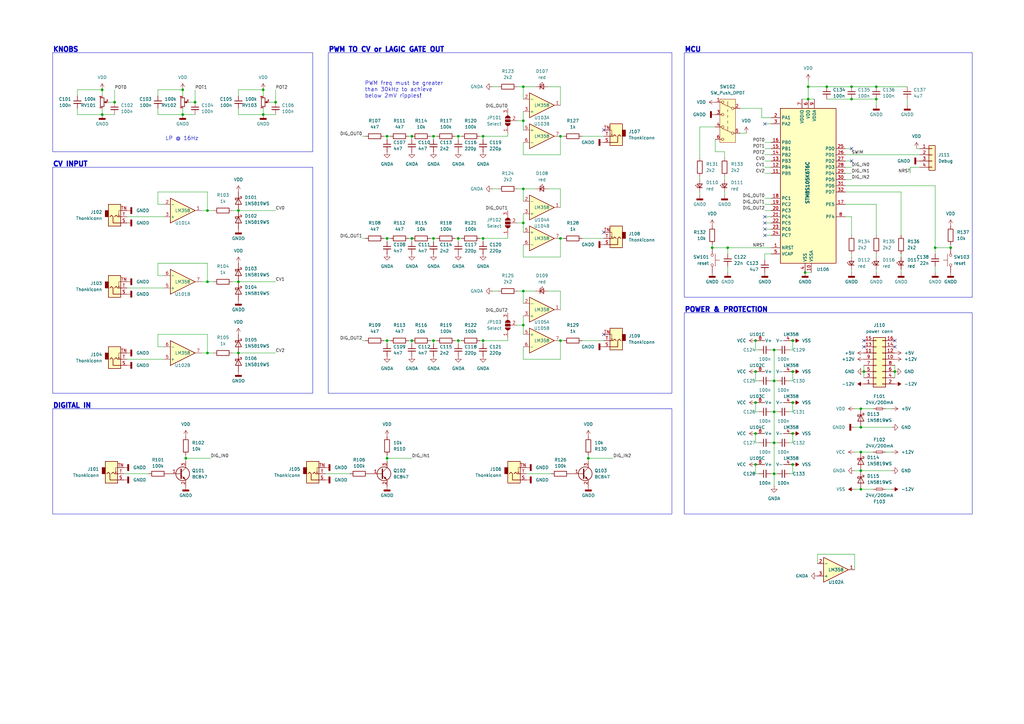
<source format=kicad_sch>
(kicad_sch (version 20231120) (generator "eeschema") (generator_version "8.0")
  (paper "A3")
  (title_block (title "DIM") (date "2024-09-25") (company "Koma Elektronik") (comment 1 "Digital Interface Module"))
  (junction (at 177.8 97.79))
  (junction (at 349.25 40.64))
  (junction (at 41.91 46.99))
  (junction (at 107.95 36.83))
  (junction (at 367.03 152.4))
  (junction (at 359.41 40.64))
  (junction (at 325.12 139.7))
  (junction (at 241.3 187.96))
  (junction (at 229.87 139.7))
  (junction (at 349.25 35.56))
  (junction (at 353.06 167.64))
  (junction (at 177.8 139.7))
  (junction (at 97.79 144.78))
  (junction (at 317.5 156.21))
  (junction (at 214.63 35.56))
  (junction (at 298.45 101.6))
  (junction (at 214.63 49.53))
  (junction (at 41.91 36.83))
  (junction (at 76.2 187.96))
  (junction (at 229.87 55.88))
  (junction (at 325.12 190.5))
  (junction (at 214.63 91.44))
  (junction (at 46.99 41.91))
  (junction (at 214.63 77.47))
  (junction (at 97.79 86.36))
  (junction (at 309.88 152.4))
  (junction (at 309.88 177.8))
  (junction (at 229.87 97.79))
  (junction (at 187.96 97.79))
  (junction (at 85.09 115.57))
  (junction (at 168.91 55.88))
  (junction (at 158.75 55.88))
  (junction (at 187.96 55.88))
  (junction (at 309.88 139.7))
  (junction (at 383.54 101.6))
  (junction (at 359.41 35.56))
  (junction (at 168.91 97.79))
  (junction (at 198.12 139.7))
  (junction (at 317.5 194.31))
  (junction (at 317.5 143.51))
  (junction (at 325.12 165.1))
  (junction (at 198.12 97.79))
  (junction (at 331.47 35.56))
  (junction (at 74.93 46.99))
  (junction (at 353.06 185.42))
  (junction (at 353.06 175.26))
  (junction (at 214.63 119.38))
  (junction (at 113.03 41.91))
  (junction (at 187.96 139.7))
  (junction (at 317.5 168.91))
  (junction (at 80.01 41.91))
  (junction (at 74.93 36.83))
  (junction (at 339.09 35.56))
  (junction (at 107.95 46.99))
  (junction (at 309.88 190.5))
  (junction (at 317.5 181.61))
  (junction (at 309.88 165.1))
  (junction (at 330.2 111.76))
  (junction (at 214.63 133.35))
  (junction (at 97.79 115.57))
  (junction (at 292.1 101.6))
  (junction (at 177.8 55.88))
  (junction (at 85.09 86.36))
  (junction (at 158.75 187.96))
  (junction (at 85.09 144.78))
  (junction (at 389.89 101.6))
  (junction (at 331.47 40.64))
  (junction (at 325.12 152.4))
  (junction (at 158.75 97.79))
  (junction (at 353.06 200.66))
  (junction (at 198.12 55.88))
  (junction (at 168.91 139.7))
  (junction (at 158.75 139.7))
  (junction (at 354.33 152.4))
  (junction (at 353.06 193.04))
  (junction (at 325.12 177.8))
  (no_connect (at 313.69 91.44))
  (no_connect (at 247.65 95.25))
  (no_connect (at 247.65 137.16))
  (no_connect (at 313.69 93.98))
  (no_connect (at 354.33 142.24))
  (no_connect (at 367.03 142.24))
  (no_connect (at 313.69 88.9))
  (no_connect (at 349.25 60.96))
  (no_connect (at 313.69 96.52))
  (no_connect (at 354.33 139.7))
  (no_connect (at 313.69 50.8))
  (no_connect (at 349.25 66.04))
  (no_connect (at 367.03 139.7))
  (no_connect (at 247.65 53.34))
  (wire (pts (xy 198.12 97.79) (xy 198.12 99.06)))
  (wire (pts (xy 167.64 139.7) (xy 168.91 139.7)))
  (wire (pts (xy 82.55 144.78) (xy 85.09 144.78)))
  (wire (pts (xy 187.96 97.79) (xy 187.96 99.06)))
  (wire (pts (xy 359.41 40.64) (xy 359.41 43.18)))
  (wire (pts (xy 196.85 97.79) (xy 198.12 97.79)))
  (wire (pts (xy 325.12 156.21) (xy 325.12 152.4)))
  (wire (pts (xy 325.12 194.31) (xy 325.12 190.5)))
  (wire (pts (xy 177.8 139.7) (xy 177.8 140.97)))
  (wire (pts (xy 359.41 110.49) (xy 359.41 111.76)))
  (wire (pts (xy 74.93 36.83) (xy 74.93 39.37)))
  (wire (pts (xy 325.12 143.51) (xy 325.12 139.7)))
  (wire (pts (xy 214.63 63.5) (xy 214.63 58.42)))
  (wire (pts (xy 157.48 97.79) (xy 158.75 97.79)))
  (wire (pts (xy 358.14 185.42) (xy 353.06 185.42)))
  (wire (pts (xy 313.69 91.44) (xy 316.23 91.44)))
  (wire (pts (xy 306.07 54.61) (xy 303.53 54.61)))
  (wire (pts (xy 41.91 46.99) (xy 46.99 46.99)))
  (wire (pts (xy 212.09 35.56) (xy 214.63 35.56)))
  (wire (pts (xy 350.52 167.64) (xy 353.06 167.64)))
  (wire (pts (xy 198.12 97.79) (xy 208.28 97.79)))
  (wire (pts (xy 313.69 58.42) (xy 316.23 58.42)))
  (wire (pts (xy 229.87 77.47) (xy 224.79 77.47)))
  (wire (pts (xy 196.85 139.7) (xy 198.12 139.7)))
  (wire (pts (xy 313.69 60.96) (xy 316.23 60.96)))
  (wire (pts (xy 52.07 88.9) (xy 67.31 88.9)))
  (wire (pts (xy 313.69 66.04) (xy 316.23 66.04)))
  (wire (pts (xy 229.87 105.41) (xy 214.63 105.41)))
  (wire (pts (xy 31.75 36.83) (xy 31.75 39.37)))
  (wire (pts (xy 313.69 88.9) (xy 316.23 88.9)))
  (wire (pts (xy 287.02 72.39) (xy 287.02 73.66)))
  (wire (pts (xy 313.69 71.12) (xy 316.23 71.12)))
  (wire (pts (xy 110.49 41.91) (xy 113.03 41.91)))
  (wire (pts (xy 64.77 36.83) (xy 64.77 39.37)))
  (wire (pts (xy 298.45 101.6) (xy 316.23 101.6)))
  (wire (pts (xy 323.85 194.31) (xy 325.12 194.31)))
  (wire (pts (xy 346.71 78.74) (xy 369.57 78.74)))
  (wire (pts (xy 168.91 55.88) (xy 168.91 57.15)))
  (wire (pts (xy 331.47 35.56) (xy 339.09 35.56)))
  (wire (pts (xy 95.25 86.36) (xy 97.79 86.36)))
  (wire (pts (xy 317.5 143.51) (xy 318.77 143.51)))
  (wire (pts (xy 317.5 143.51) (xy 317.5 156.21)))
  (wire (pts (xy 74.93 46.99) (xy 80.01 46.99)))
  (wire (pts (xy 77.47 41.91) (xy 80.01 41.91)))
  (wire (pts (xy 335.28 231.14) (xy 335.28 227.33)))
  (wire (pts (xy 350.52 227.33) (xy 350.52 233.68)))
  (wire (pts (xy 312.42 48.26) (xy 316.23 48.26)))
  (wire (pts (xy 196.85 55.88) (xy 198.12 55.88)))
  (wire (pts (xy 177.8 139.7) (xy 179.07 139.7)))
  (wire (pts (xy 309.88 143.51) (xy 309.88 139.7)))
  (wire (pts (xy 358.14 200.66) (xy 353.06 200.66)))
  (wire (pts (xy 293.37 52.07) (xy 287.02 52.07)))
  (wire (pts (xy 148.59 97.79) (xy 149.86 97.79)))
  (wire (pts (xy 317.5 156.21) (xy 317.5 168.91)))
  (wire (pts (xy 198.12 55.88) (xy 208.28 55.88)))
  (wire (pts (xy 316.23 143.51) (xy 317.5 143.51)))
  (wire (pts (xy 229.87 35.56) (xy 224.79 35.56)))
  (wire (pts (xy 313.69 106.68) (xy 313.69 104.14)))
  (wire (pts (xy 187.96 139.7) (xy 187.96 140.97)))
  (wire (pts (xy 177.8 97.79) (xy 177.8 99.06)))
  (wire (pts (xy 113.03 36.83) (xy 113.03 41.91)))
  (wire (pts (xy 176.53 55.88) (xy 177.8 55.88)))
  (wire (pts (xy 214.63 77.47) (xy 214.63 82.55)))
  (wire (pts (xy 323.85 143.51) (xy 325.12 143.51)))
  (wire (pts (xy 339.09 40.64) (xy 349.25 40.64)))
  (wire (pts (xy 214.63 45.72) (xy 214.63 49.53)))
  (wire (pts (xy 238.76 97.79) (xy 247.65 97.79)))
  (wire (pts (xy 201.93 35.56) (xy 204.47 35.56)))
  (wire (pts (xy 349.25 71.12) (xy 346.71 71.12)))
  (wire (pts (xy 186.69 55.88) (xy 187.96 55.88)))
  (wire (pts (xy 229.87 63.5) (xy 214.63 63.5)))
  (wire (pts (xy 229.87 55.88) (xy 231.14 55.88)))
  (wire (pts (xy 214.63 35.56) (xy 214.63 40.64)))
  (wire (pts (xy 85.09 86.36) (xy 87.63 86.36)))
  (wire (pts (xy 313.69 86.36) (xy 316.23 86.36)))
  (wire (pts (xy 95.25 115.57) (xy 97.79 115.57)))
  (wire (pts (xy 67.31 113.03) (xy 64.77 113.03)))
  (wire (pts (xy 85.09 137.16) (xy 85.09 144.78)))
  (wire (pts (xy 212.09 49.53) (xy 214.63 49.53)))
  (wire (pts (xy 198.12 139.7) (xy 198.12 140.97)))
  (wire (pts (xy 214.63 133.35) (xy 214.63 137.16)))
  (wire (pts (xy 208.28 97.79) (xy 208.28 96.52)))
  (wire (pts (xy 359.41 83.82) (xy 359.41 96.52)))
  (wire (pts (xy 369.57 110.49) (xy 369.57 111.76)))
  (wire (pts (xy 349.25 40.64) (xy 359.41 40.64)))
  (wire (pts (xy 367.03 152.4) (xy 367.03 154.94)))
  (wire (pts (xy 214.63 91.44) (xy 214.63 95.25)))
  (wire (pts (xy 346.71 73.66) (xy 349.25 73.66)))
  (wire (pts (xy 297.18 62.23) (xy 293.37 62.23)))
  (wire (pts (xy 229.87 119.38) (xy 224.79 119.38)))
  (wire (pts (xy 323.85 168.91) (xy 325.12 168.91)))
  (wire (pts (xy 317.5 156.21) (xy 318.77 156.21)))
  (wire (pts (xy 97.79 115.57) (xy 113.03 115.57)))
  (wire (pts (xy 158.75 187.96) (xy 158.75 189.23)))
  (wire (pts (xy 214.63 105.41) (xy 214.63 100.33)))
  (wire (pts (xy 85.09 78.74) (xy 85.09 86.36)))
  (wire (pts (xy 389.89 101.6) (xy 383.54 101.6)))
  (wire (pts (xy 298.45 101.6) (xy 298.45 104.14)))
  (wire (pts (xy 229.87 139.7) (xy 229.87 147.32)))
  (wire (pts (xy 74.93 46.99) (xy 74.93 44.45)))
  (wire (pts (xy 97.79 46.99) (xy 97.79 44.45)))
  (wire (pts (xy 313.69 50.8) (xy 316.23 50.8)))
  (wire (pts (xy 214.63 119.38) (xy 214.63 124.46)))
  (wire (pts (xy 383.54 76.2) (xy 383.54 101.6)))
  (wire (pts (xy 64.77 78.74) (xy 85.09 78.74)))
  (wire (pts (xy 212.09 77.47) (xy 214.63 77.47)))
  (wire (pts (xy 287.02 78.74) (xy 287.02 80.01)))
  (wire (pts (xy 212.09 119.38) (xy 214.63 119.38)))
  (wire (pts (xy 311.15 168.91) (xy 309.88 168.91)))
  (wire (pts (xy 313.69 104.14) (xy 316.23 104.14)))
  (wire (pts (xy 353.06 175.26) (xy 365.76 175.26)))
  (wire (pts (xy 298.45 109.22) (xy 298.45 111.76)))
  (wire (pts (xy 316.23 156.21) (xy 317.5 156.21)))
  (wire (pts (xy 31.75 46.99) (xy 41.91 46.99)))
  (wire (pts (xy 85.09 144.78) (xy 87.63 144.78)))
  (wire (pts (xy 349.25 110.49) (xy 349.25 111.76)))
  (wire (pts (xy 187.96 55.88) (xy 187.96 57.15)))
  (wire (pts (xy 52.07 118.11) (xy 67.31 118.11)))
  (wire (pts (xy 349.25 35.56) (xy 359.41 35.56)))
  (wire (pts (xy 331.47 40.64) (xy 334.01 40.64)))
  (wire (pts (xy 292.1 100.33) (xy 292.1 101.6)))
  (wire (pts (xy 313.69 93.98) (xy 316.23 93.98)))
  (wire (pts (xy 214.63 87.63) (xy 214.63 91.44)))
  (wire (pts (xy 346.71 83.82) (xy 359.41 83.82)))
  (wire (pts (xy 350.52 185.42) (xy 353.06 185.42)))
  (wire (pts (xy 309.88 168.91) (xy 309.88 165.1)))
  (wire (pts (xy 328.93 40.64) (xy 331.47 40.64)))
  (wire (pts (xy 208.28 139.7) (xy 208.28 138.43)))
  (wire (pts (xy 311.15 194.31) (xy 309.88 194.31)))
  (wire (pts (xy 44.45 41.91) (xy 46.99 41.91)))
  (wire (pts (xy 349.25 66.04) (xy 346.71 66.04)))
  (wire (pts (xy 158.75 139.7) (xy 160.02 139.7)))
  (wire (pts (xy 64.77 107.95) (xy 85.09 107.95)))
  (wire (pts (xy 317.5 168.91) (xy 317.5 181.61)))
  (wire (pts (xy 373.38 68.58) (xy 377.19 68.58)))
  (wire (pts (xy 373.38 68.58) (xy 373.38 71.12)))
  (wire (pts (xy 323.85 156.21) (xy 325.12 156.21)))
  (wire (pts (xy 311.15 181.61) (xy 309.88 181.61)))
  (wire (pts (xy 229.87 85.09) (xy 229.87 77.47)))
  (wire (pts (xy 95.25 144.78) (xy 97.79 144.78)))
  (wire (pts (xy 309.88 194.31) (xy 309.88 190.5)))
  (wire (pts (xy 167.64 55.88) (xy 168.91 55.88)))
  (wire (pts (xy 186.69 139.7) (xy 187.96 139.7)))
  (wire (pts (xy 158.75 97.79) (xy 158.75 99.06)))
  (wire (pts (xy 186.69 97.79) (xy 187.96 97.79)))
  (wire (pts (xy 358.14 167.64) (xy 353.06 167.64)))
  (wire (pts (xy 229.87 43.18) (xy 229.87 35.56)))
  (wire (pts (xy 349.25 104.14) (xy 349.25 105.41)))
  (wire (pts (xy 229.87 97.79) (xy 231.14 97.79)))
  (wire (pts (xy 52.07 147.32) (xy 67.31 147.32)))
  (wire (pts (xy 317.5 194.31) (xy 318.77 194.31)))
  (wire (pts (xy 229.87 147.32) (xy 214.63 147.32)))
  (wire (pts (xy 214.63 147.32) (xy 214.63 142.24)))
  (wire (pts (xy 46.99 36.83) (xy 46.99 41.91)))
  (wire (pts (xy 133.35 194.31) (xy 143.51 194.31)))
  (wire (pts (xy 41.91 46.99) (xy 41.91 44.45)))
  (wire (pts (xy 350.52 193.04) (xy 353.06 193.04)))
  (wire (pts (xy 76.2 187.96) (xy 76.2 189.23)))
  (wire (pts (xy 107.95 36.83) (xy 107.95 39.37)))
  (wire (pts (xy 372.11 40.64) (xy 372.11 43.18)))
  (wire (pts (xy 31.75 36.83) (xy 41.91 36.83)))
  (wire (pts (xy 353.06 193.04) (xy 365.76 193.04)))
  (wire (pts (xy 316.23 181.61) (xy 317.5 181.61)))
  (wire (pts (xy 168.91 139.7) (xy 168.91 140.97)))
  (wire (pts (xy 177.8 55.88) (xy 179.07 55.88)))
  (wire (pts (xy 229.87 139.7) (xy 231.14 139.7)))
  (wire (pts (xy 313.69 81.28) (xy 316.23 81.28)))
  (wire (pts (xy 317.5 168.91) (xy 318.77 168.91)))
  (wire (pts (xy 241.3 186.69) (xy 241.3 187.96)))
  (wire (pts (xy 189.23 97.79) (xy 187.96 97.79)))
  (wire (pts (xy 354.33 152.4) (xy 354.33 154.94)))
  (wire (pts (xy 367.03 149.86) (xy 367.03 152.4)))
  (wire (pts (xy 339.09 35.56) (xy 349.25 35.56)))
  (wire (pts (xy 157.48 139.7) (xy 158.75 139.7)))
  (wire (pts (xy 219.71 77.47) (xy 214.63 77.47)))
  (wire (pts (xy 167.64 97.79) (xy 168.91 97.79)))
  (wire (pts (xy 292.1 101.6) (xy 298.45 101.6)))
  (wire (pts (xy 316.23 194.31) (xy 317.5 194.31)))
  (wire (pts (xy 287.02 52.07) (xy 287.02 64.77)))
  (wire (pts (xy 107.95 46.99) (xy 107.95 44.45)))
  (wire (pts (xy 238.76 55.88) (xy 247.65 55.88)))
  (wire (pts (xy 317.5 194.31) (xy 317.5 199.39)))
  (wire (pts (xy 383.54 101.6) (xy 383.54 104.14)))
  (wire (pts (xy 158.75 186.69) (xy 158.75 187.96)))
  (wire (pts (xy 214.63 49.53) (xy 214.63 53.34)))
  (wire (pts (xy 158.75 55.88) (xy 160.02 55.88)))
  (wire (pts (xy 313.69 83.82) (xy 316.23 83.82)))
  (wire (pts (xy 346.71 88.9) (xy 349.25 88.9)))
  (wire (pts (xy 64.77 142.24) (xy 64.77 137.16)))
  (wire (pts (xy 64.77 46.99) (xy 74.93 46.99)))
  (wire (pts (xy 241.3 187.96) (xy 241.3 189.23)))
  (wire (pts (xy 325.12 181.61) (xy 325.12 177.8)))
  (wire (pts (xy 148.59 55.88) (xy 149.86 55.88)))
  (wire (pts (xy 335.28 227.33) (xy 350.52 227.33)))
  (wire (pts (xy 158.75 55.88) (xy 158.75 57.15)))
  (wire (pts (xy 177.8 55.88) (xy 177.8 57.15)))
  (wire (pts (xy 189.23 55.88) (xy 187.96 55.88)))
  (wire (pts (xy 365.76 185.42) (xy 363.22 185.42)))
  (wire (pts (xy 349.25 88.9) (xy 349.25 96.52)))
  (wire (pts (xy 208.28 55.88) (xy 208.28 54.61)))
  (wire (pts (xy 311.15 143.51) (xy 309.88 143.51)))
  (wire (pts (xy 325.12 168.91) (xy 325.12 165.1)))
  (wire (pts (xy 350.52 200.66) (xy 353.06 200.66)))
  (wire (pts (xy 189.23 139.7) (xy 187.96 139.7)))
  (wire (pts (xy 198.12 139.7) (xy 208.28 139.7)))
  (wire (pts (xy 97.79 36.83) (xy 107.95 36.83)))
  (wire (pts (xy 148.59 139.7) (xy 149.86 139.7)))
  (wire (pts (xy 375.92 60.96) (xy 377.19 60.96)))
  (wire (pts (xy 64.77 83.82) (xy 64.77 78.74)))
  (wire (pts (xy 330.2 111.76) (xy 332.74 111.76)))
  (wire (pts (xy 85.09 115.57) (xy 87.63 115.57)))
  (wire (pts (xy 97.79 86.36) (xy 113.03 86.36)))
  (wire (pts (xy 309.88 181.61) (xy 309.88 177.8)))
  (wire (pts (xy 365.76 200.66) (xy 363.22 200.66)))
  (wire (pts (xy 359.41 104.14) (xy 359.41 105.41)))
  (wire (pts (xy 176.53 97.79) (xy 177.8 97.79)))
  (wire (pts (xy 241.3 187.96) (xy 251.46 187.96)))
  (wire (pts (xy 177.8 97.79) (xy 179.07 97.79)))
  (wire (pts (xy 303.53 44.45) (xy 312.42 44.45)))
  (wire (pts (xy 82.55 86.36) (xy 85.09 86.36)))
  (wire (pts (xy 64.77 137.16) (xy 85.09 137.16)))
  (wire (pts (xy 201.93 77.47) (xy 204.47 77.47)))
  (wire (pts (xy 323.85 181.61) (xy 325.12 181.61)))
  (wire (pts (xy 219.71 35.56) (xy 214.63 35.56)))
  (wire (pts (xy 297.18 78.74) (xy 297.18 80.01)))
  (wire (pts (xy 64.77 36.83) (xy 74.93 36.83)))
  (wire (pts (xy 64.77 113.03) (xy 64.77 107.95)))
  (wire (pts (xy 76.2 186.69) (xy 76.2 187.96)))
  (wire (pts (xy 50.8 194.31) (xy 60.96 194.31)))
  (wire (pts (xy 238.76 139.7) (xy 247.65 139.7)))
  (wire (pts (xy 67.31 142.24) (xy 64.77 142.24)))
  (wire (pts (xy 369.57 104.14) (xy 369.57 105.41)))
  (wire (pts (xy 212.09 91.44) (xy 214.63 91.44)))
  (wire (pts (xy 349.25 68.58) (xy 346.71 68.58)))
  (wire (pts (xy 365.76 167.64) (xy 363.22 167.64)))
  (wire (pts (xy 297.18 64.77) (xy 297.18 62.23)))
  (wire (pts (xy 359.41 35.56) (xy 372.11 35.56)))
  (wire (pts (xy 313.69 68.58) (xy 316.23 68.58)))
  (wire (pts (xy 309.88 156.21) (xy 309.88 152.4)))
  (wire (pts (xy 31.75 46.99) (xy 31.75 44.45)))
  (wire (pts (xy 158.75 187.96) (xy 168.91 187.96)))
  (wire (pts (xy 158.75 139.7) (xy 158.75 140.97)))
  (wire (pts (xy 350.52 175.26) (xy 353.06 175.26)))
  (wire (pts (xy 212.09 133.35) (xy 214.63 133.35)))
  (wire (pts (xy 82.55 115.57) (xy 85.09 115.57)))
  (wire (pts (xy 201.93 119.38) (xy 204.47 119.38)))
  (wire (pts (xy 313.69 96.52) (xy 316.23 96.52)))
  (wire (pts (xy 354.33 149.86) (xy 354.33 152.4)))
  (wire (pts (xy 297.18 72.39) (xy 297.18 73.66)))
  (wire (pts (xy 214.63 129.54) (xy 214.63 133.35)))
  (wire (pts (xy 346.71 63.5) (xy 377.19 63.5)))
  (wire (pts (xy 331.47 35.56) (xy 331.47 40.64)))
  (wire (pts (xy 229.87 127) (xy 229.87 119.38)))
  (wire (pts (xy 229.87 97.79) (xy 229.87 105.41)))
  (wire (pts (xy 67.31 83.82) (xy 64.77 83.82)))
  (wire (pts (xy 383.54 109.22) (xy 383.54 111.76)))
  (wire (pts (xy 346.71 76.2) (xy 383.54 76.2)))
  (wire (pts (xy 41.91 36.83) (xy 41.91 39.37)))
  (wire (pts (xy 389.89 100.33) (xy 389.89 101.6)))
  (wire (pts (xy 215.9 194.31) (xy 226.06 194.31)))
  (wire (pts (xy 158.75 97.79) (xy 160.02 97.79)))
  (wire (pts (xy 311.15 156.21) (xy 309.88 156.21)))
  (wire (pts (xy 349.25 60.96) (xy 346.71 60.96)))
  (wire (pts (xy 64.77 46.99) (xy 64.77 44.45)))
  (wire (pts (xy 97.79 144.78) (xy 113.03 144.78)))
  (wire (pts (xy 312.42 44.45) (xy 312.42 48.26)))
  (wire (pts (xy 317.5 181.61) (xy 318.77 181.61)))
  (wire (pts (xy 176.53 139.7) (xy 177.8 139.7)))
  (wire (pts (xy 168.91 97.79) (xy 168.91 99.06)))
  (wire (pts (xy 317.5 181.61) (xy 317.5 194.31)))
  (wire (pts (xy 313.69 63.5) (xy 316.23 63.5)))
  (wire (pts (xy 229.87 55.88) (xy 229.87 63.5)))
  (wire (pts (xy 76.2 187.96) (xy 86.36 187.96)))
  (wire (pts (xy 107.95 46.99) (xy 113.03 46.99)))
  (wire (pts (xy 97.79 36.83) (xy 97.79 39.37)))
  (wire (pts (xy 293.37 57.15) (xy 293.37 62.23)))
  (wire (pts (xy 85.09 107.95) (xy 85.09 115.57)))
  (wire (pts (xy 198.12 55.88) (xy 198.12 57.15)))
  (wire (pts (xy 97.79 46.99) (xy 107.95 46.99)))
  (wire (pts (xy 369.57 78.74) (xy 369.57 96.52)))
  (wire (pts (xy 331.47 33.02) (xy 331.47 35.56)))
  (wire (pts (xy 316.23 168.91) (xy 317.5 168.91)))
  (wire (pts (xy 157.48 55.88) (xy 158.75 55.88)))
  (wire (pts (xy 80.01 36.83) (xy 80.01 41.91)))
  (wire (pts (xy 219.71 119.38) (xy 214.63 119.38)))
  (rectangle (start 21.59 21.59) (end 128.27 62.23))
  (rectangle (start 280.67 21.59) (end 398.78 121.92))
  (rectangle (start 280.67 128.27) (end 398.78 210.82))
  (rectangle (start 21.59 68.58) (end 128.27 161.29))
  (rectangle (start 134.62 21.59) (end 275.59 161.29))
  (rectangle (start 21.59 167.64) (end 275.59 210.82))
  (text "PWM freq must be greater \nthan 30kHz to achieve \nbelow 2mV ripples!" (at 149.606 36.83 0) (effects (font (size 1.6 1.6)) (justify left)))
  (text "PWM TO CV or LAGIC GATE OUT" (at 134.62 21.59 0) (effects (font (size 2 2) (thickness 0.6) (bold yes)) (justify left bottom)))
  (text "LP @ 16Hz" (at 67.818 56.896 0) (effects (font (size 1.6 1.6)) (justify left)))
  (text "POWER & PROTECTION" (at 280.67 128.27 0) (effects (font (size 2 2) (thickness 0.6) (bold yes)) (justify left bottom)))
  (text "CV INPUT" (at 21.59 68.58 0) (effects (font (size 2 2) (thickness 0.6) (bold yes)) (justify left bottom)))
  (text "MCU" (at 280.67 21.59 0) (effects (font (size 2 2) (thickness 0.6) (bold yes)) (justify left bottom)))
  (text "KNOBS" (at 21.59 21.59 0) (effects (font (size 2 2) (thickness 0.6) (bold yes)) (justify left bottom)))
  (text "DIGITAL IN" (at 21.59 167.64 0) (effects (font (size 2 2) (thickness 0.6) (bold yes)) (justify left bottom)))
  (label "CV0" (at 313.69 66.04 180))
  (label "SWIM" (at 349.25 63.5 0))
  (label "DIG_IN2" (at 349.25 73.66 0))
  (label "NRST" (at 313.69 101.6 180))
  (label "CV1" (at 313.69 68.58 180))
  (label "DIG_OUT2" (at 313.69 86.36 180))
  (label "POT1" (at 80.01 36.83 0))
  (label "DIG_IN0" (at 349.25 68.58 0))
  (label "DIG_OUT0" (at 313.69 81.28 180))
  (label "DIG_OUT0" (at 148.59 55.88 180))
  (label "DIG_IN0" (at 86.36 187.96 0))
  (label "DIG_IN1" (at 349.25 71.12 0))
  (label "DIG_IN1" (at 168.91 187.96 0))
  (label "POT1" (at 313.69 60.96 180))
  (label "CV0" (at 113.03 86.36 0))
  (label "DIG_IN2" (at 251.46 187.96 0))
  (label "CV1" (at 113.03 115.57 0))
  (label "DIG_OUT1" (at 313.69 83.82 180))
  (label "DIG_OUT2" (at 148.59 139.7 180))
  (label "CV2" (at 113.03 144.78 0))
  (label "DIG_OUT1" (at 148.59 97.79 180))
  (label "POT2" (at 313.69 63.5 180))
  (label "DIG_OUT1" (at 208.28 86.36 180))
  (label "DIG_OUT0" (at 208.28 44.45 180))
  (label "POT0" (at 46.99 36.83 0))
  (label "NRST" (at 373.38 71.12 180))
  (label "POT2" (at 113.03 36.83 0))
  (label "CV2" (at 313.69 71.12 180))
  (label "DIG_OUT2" (at 208.28 128.27 180))
  (label "POT0" (at 313.69 58.42 180))
  (symbol (lib_id "power:+5V") (at 367.03 144.78 270) (unit 1)
    (property "Reference" "#PWR0192" (effects (hide yes)))
    (property "Value" "+5V" (at 370.84 144.78 90) (effects (justify left)))
  )
  (symbol (lib_id "power:GNDD") (at 359.41 111.76 0) (unit 1)
    (property "Reference" "#PWR0186" (effects (hide yes)))
    (property "Value" "GNDD" (at 359.41 115.57 0))
  )
  (symbol (lib_id "Device:R") (at 359.41 100.33 0) (unit 1)
    (property "Reference" "R135" (at 361.95 99.0599 0) (effects (justify left)))
    (property "Value" "2k2" (at 361.95 101.5999 0) (effects (justify left)))
    (property "Footprint" "Resistor_SMD:R_0603_1608Metric" (effects (hide yes)))
    (property "LCSC Part #" "C23162" (effects (hide yes)))
  )
  (symbol (lib_id "Device:R") (at 193.04 55.88 90) (unit 1)
    (property "Reference" "R120" (at 193.04 49.53 90))
    (property "Value" "100k" (at 193.04 52.07 90))
    (property "Footprint" "Resistor_SMD:R_0603_1608Metric" (effects (hide yes)))
    (property "Description" "Resistor" (effects (hide yes)))
    (property "LCSC Part #" "C15458" (effects (hide yes)))
  )
  (symbol (lib_id "power:VSS") (at 325.12 165.1 270) (unit 1)
    (property "Reference" "#PWR0169" (effects (hide yes)))
    (property "Value" "VSS" (at 328.93 165.1 90) (effects (justify left)))
  )
  (symbol (lib_id "Device:R") (at 193.04 139.7 90) (unit 1)
    (property "Reference" "R122" (at 193.04 133.35 90))
    (property "Value" "100k" (at 193.04 135.89 90))
    (property "Footprint" "Resistor_SMD:R_0603_1608Metric" (effects (hide yes)))
    (property "Description" "Resistor" (effects (hide yes)))
    (property "LCSC Part #" "C15458" (effects (hide yes)))
  )
  (symbol (lib_id "Device:Fuse_Small") (at 360.68 167.64 0) (unit 1)
    (property "Reference" "F101" (at 360.68 162.56 0))
    (property "Value" "24V/200mA" (at 360.68 165.1 0))
    (property "Footprint" "Resistor_SMD:R_0805_2012Metric" (effects (hide yes)))
    (property "LCSC Part #" "C910821" (effects (hide yes)))
  )
  (symbol (lib_name "GNDA_3") (lib_id "power:GNDA") (at 168.91 62.23 0) (unit 1)
    (property "Reference" "#PWR0130" (effects (hide yes)))
    (property "Value" "GNDA" (at 168.91 67.31 0))
    (property "Description" "Power symbol creates a global label with name \"GNDA\" , analog ground" (effects (hide yes)))
  )
  (symbol (lib_name "GNDA_4") (lib_id "power:GNDA") (at 317.5 199.39 0) (unit 1)
    (property "Reference" "#PWR0166" (effects (hide yes)))
    (property "Value" "GNDA" (at 317.5 204.47 0))
    (property "Description" "Power symbol creates a global label with name \"GNDA\" , analog ground" (effects (hide yes)))
  )
  (symbol (lib_id "Device:R") (at 163.83 139.7 90) (unit 1)
    (property "Reference" "R113" (at 163.83 133.35 90))
    (property "Value" "4k7" (at 163.83 135.89 90))
    (property "Footprint" "Resistor_SMD:R_0402_1005Metric" (effects (hide yes)))
    (property "Description" "Resistor" (effects (hide yes)))
    (property "LCSC Part #" "C2906941" (effects (hide yes)))
  )
  (symbol (lib_id "Connector_Generic:Conn_02x08_Odd_Even") (at 359.41 149.86 0) (mirror x) (unit 1)
    (property "Reference" "J110" (at 360.68 133.35 0))
    (property "Value" "power conn" (at 360.68 135.89 0))
    (property "Footprint" "Connector_PinHeader_2.54mm:PinHeader_2x08_P2.54mm_Vertical_SMD" (effects (hide yes)))
    (property "LCSC Part #" "C3294466" (effects (hide yes)))
  )
  (symbol (lib_id "power:GNDD") (at 298.45 111.76 0) (unit 1)
    (property "Reference" "#PWR0158" (effects (hide yes)))
    (property "Value" "GNDD" (at 298.45 115.57 0))
  )
  (symbol (lib_id "power:VDD") (at 97.79 107.95 0) (unit 1)
    (property "Reference" "#PWR0117" (effects (hide yes)))
    (property "Value" "VDD" (at 97.79 102.87 0))
  )
  (symbol (lib_id "power:GNDD") (at 247.65 100.33 270) (mirror x) (unit 1)
    (property "Reference" "#PWR0150" (effects (hide yes)))
    (property "Value" "GNDD" (at 243.84 100.3299 90) (effects (justify right)))
  )
  (symbol (lib_id "power:VDD") (at 41.91 36.83 0) (unit 1)
    (property "Reference" "#PWR0101" (effects (hide yes)))
    (property "Value" "VDD" (at 41.91 31.75 0))
  )
  (symbol (lib_id "Device:C_Small") (at 372.11 38.1 0) (mirror y) (unit 1)
    (property "Reference" "C137" (at 374.65 36.8363 0) (effects (justify right)))
    (property "Value" "4u7" (at 374.65 39.3763 0) (effects (justify right)))
    (property "Footprint" "Capacitor_SMD:C_0805_2012Metric" (effects (hide yes)))
    (property "LCSC Part #" "C1779" (effects (hide yes)))
  )
  (symbol (lib_name "GNDA_3") (lib_id "power:GNDA") (at 198.12 62.23 0) (unit 1)
    (property "Reference" "#PWR0139" (effects (hide yes)))
    (property "Value" "GNDA" (at 198.12 67.31 0))
    (property "Description" "Power symbol creates a global label with name \"GNDA\" , analog ground" (effects (hide yes)))
  )
  (symbol (lib_id "Device:R") (at 153.67 97.79 90) (unit 1)
    (property "Reference" "R108" (at 153.67 91.44 90))
    (property "Value" "4k7" (at 153.67 93.98 90))
    (property "Footprint" "Resistor_SMD:R_0402_1005Metric" (effects (hide yes)))
    (property "Description" "Resistor" (effects (hide yes)))
    (property "LCSC Part #" "C2906941" (effects (hide yes)))
  )
  (symbol (lib_name "GNDA_3") (lib_id "power:GNDA") (at 187.96 104.14 0) (unit 1)
    (property "Reference" "#PWR0137" (effects (hide yes)))
    (property "Value" "GNDA" (at 187.96 109.22 0))
    (property "Description" "Power symbol creates a global label with name \"GNDA\" , analog ground" (effects (hide yes)))
  )
  (symbol (lib_id "power:GNDD") (at 52.07 120.65 90) (unit 1)
    (property "Reference" "#PWR0108" (effects (hide yes)))
    (property "Value" "GNDD" (at 55.88 120.6499 90) (effects (justify right)))
  )
  (symbol (lib_id "Amplifier_Operational:LM358") (at 317.5 180.34 90) (mirror x) (unit 3)
    (property "Reference" "U104" (at 307.34 175.26 90) (effects (justify right)))
    (property "Value" "LM358" (at 327.66 175.26 90) (effects (justify left)))
    (property "Footprint" "Package_SO:SOIC-8_3.9x4.9mm_P1.27mm" (effects (hide yes)))
    (property "Datasheet" "http://www.ti.com/lit/ds/symlink/lm2904-n.pdf" (effects (hide yes)))
    (property "LCSC Part #" "C7950" (effects (hide yes)))
  )
  (symbol (lib_id "Device:R") (at 369.57 100.33 0) (unit 1)
    (property "Reference" "R136" (at 372.11 99.0599 0) (effects (justify left)))
    (property "Value" "2k2" (at 372.11 101.5999 0) (effects (justify left)))
    (property "Footprint" "Resistor_SMD:R_0603_1608Metric" (effects (hide yes)))
    (property "LCSC Part #" "C23162" (effects (hide yes)))
  )
  (symbol (lib_id "power:GNDD") (at 292.1 111.76 0) (unit 1)
    (property "Reference" "#PWR0154" (effects (hide yes)))
    (property "Value" "GNDD" (at 292.1 115.57 0))
  )
  (symbol (lib_id "Amplifier_Operational:LM358") (at 317.5 193.04 90) (mirror x) (unit 3)
    (property "Reference" "U105" (at 307.34 187.96 90) (effects (justify right)))
    (property "Value" "LM358" (at 327.66 187.96 90) (effects (justify left)))
    (property "Footprint" "Package_SO:SOIC-8_3.9x4.9mm_P1.27mm" (effects (hide yes)))
    (property "Datasheet" "http://www.ti.com/lit/ds/symlink/lm2904-n.pdf" (effects (hide yes)))
    (property "LCSC Part #" "C7950" (effects (hide yes)))
  )
  (symbol (lib_id "Device:LED_Small") (at 297.18 76.2 90) (unit 1)
    (property "Reference" "D111" (at 299.72 74.8665 90) (effects (justify right)))
    (property "Value" "red" (at 299.72 77.4065 90) (effects (justify right)))
    (property "Footprint" "Genson_LEDs:LED_D1.8mm" (effects (hide yes)))
  )
  (symbol (lib_id "power:-12V") (at 365.76 200.66 270) (unit 1)
    (property "Reference" "#PWR0191" (effects (hide yes)))
    (property "Value" "-12V" (at 369.57 200.66 90) (effects (justify left)))
  )
  (symbol (lib_id "Device:C_Small") (at 158.75 143.51 0) (unit 1)
    (property "Reference" "C109" (at 161.29 142.2462 0) (effects (justify left)))
    (property "Value" "4n7" (at 161.29 144.7862 0) (effects (justify left)))
    (property "Footprint" "Capacitor_SMD:C_0805_2012Metric" (effects (hide yes)))
    (property "Description" "Unpolarized capacitor, small symbol" (effects (hide yes)))
    (property "LCSC Part #" "C1744" (effects (hide yes)))
  )
  (symbol (lib_id "power:-12V") (at 354.33 157.48 90) (unit 1)
    (property "Reference" "#PWR0184" (effects (hide yes)))
    (property "Value" "-12V" (at 350.52 157.48 90) (effects (justify left)))
  )
  (symbol (lib_id "Device:C_Small") (at 31.75 41.91 0) (mirror y) (unit 1)
    (property "Reference" "C101" (at 29.21 40.6463 0) (effects (justify left)))
    (property "Value" "100n" (at 29.21 43.1863 0) (effects (justify left)))
    (property "Footprint" "Capacitor_SMD:C_0402_1005Metric" (effects (hide yes)))
    (property "LCSC Part #" "C1523" (effects (hide yes)))
  )
  (symbol (lib_id "power:GND") (at 354.33 152.4 270) (unit 1)
    (property "Reference" "#PWR0183" (effects (hide yes)))
    (property "Value" "GND" (at 350.52 152.4 90) (effects (justify right)))
  )
  (symbol (lib_id "power:GNDD") (at 359.41 43.18 0) (unit 1)
    (property "Reference" "#PWR0185" (effects (hide yes)))
    (property "Value" "GNDD" (at 359.41 46.99 0))
  )
  (symbol (lib_id "power:VCC") (at 309.88 165.1 90) (unit 1)
    (property "Reference" "#PWR0162" (effects (hide yes)))
    (property "Value" "VCC" (at 306.07 165.1 90) (effects (justify left)))
  )
  (symbol (lib_id "power:GNDD") (at 158.75 199.39 0) (unit 1)
    (property "Reference" "#PWR0129" (effects (hide yes)))
    (property "Value" "GNDD" (at 158.75 203.2 0))
  )
  (symbol (lib_id "power:GNDD") (at 287.02 80.01 0) (unit 1)
    (property "Reference" "#PWR0152" (effects (hide yes)))
    (property "Value" "GNDD" (at 287.02 83.82 0))
  )
  (symbol (lib_id "Device:LED_Small") (at 349.25 107.95 90) (unit 1)
    (property "Reference" "D112" (at 351.79 106.6165 90) (effects (justify right)))
    (property "Value" "red" (at 351.79 109.1565 90) (effects (justify right)))
    (property "Footprint" "Genson_LEDs:LED_D1.8mm" (effects (hide yes)))
  )
  (symbol (lib_id "Diode:BAT48JFILM") (at 97.79 111.76 270) (unit 1)
    (property "Reference" "D103" (at 100.33 110.1725 90) (effects (justify left)))
    (property "Value" "1N5819WS" (at 100.33 112.7125 90) (effects (justify left)))
    (property "Footprint" "Diode_SMD:D_SOD-323" (effects (hide yes)))
    (property "Datasheet" "www.st.com/resource/en/datasheet/bat48.pdf" (effects (hide yes)))
    (property "LCSC Part #" "C191023" (effects (hide yes)))
  )
  (symbol (lib_id "Device:R") (at 158.75 182.88 180) (unit 1)
    (property "Reference" "R110" (at 161.29 184.15 0) (effects (justify right)))
    (property "Value" "10k" (at 161.29 181.61 0) (effects (justify right)))
    (property "Footprint" "Resistor_SMD:R_0603_1608Metric" (effects (hide yes)))
    (property "LCSC Part #" "C25804" (effects (hide yes)))
  )
  (symbol (lib_id "Connector_Generic:Conn_01x04") (at 382.27 63.5 0) (unit 1)
    (property "Reference" "J111" (at 384.81 63.5 0) (effects (justify left)))
    (property "Value" "Debug" (at 384.81 66.04 0) (effects (justify left)))
    (property "Footprint" "Connector_PinHeader_2.54mm:PinHeader_1x04_P2.54mm_Vertical" (effects (hide yes)))
  )
  (symbol (lib_id "Amplifier_Operational:LM358") (at 222.25 55.88 0) (unit 2)
    (property "Reference" "U103" (at 222.25 50.8 0))
    (property "Value" "LM358" (at 222.25 55.88 0))
    (property "Footprint" "Package_SO:SOIC-8_3.9x4.9mm_P1.27mm" (effects (hide yes)))
    (property "Datasheet" "http://www.ti.com/lit/ds/symlink/lm2904-n.pdf" (effects (hide yes)))
    (property "LCSC Part #" "C7950" (effects (hide yes)))
  )
  (symbol (lib_name "GNDA_3") (lib_id "power:GNDA") (at 158.75 104.14 0) (unit 1)
    (property "Reference" "#PWR0126" (effects (hide yes)))
    (property "Value" "GNDA" (at 158.75 109.22 0))
    (property "Description" "Power symbol creates a global label with name \"GNDA\" , analog ground" (effects (hide yes)))
  )
  (symbol (lib_id "Diode:BAT48JFILM") (at 97.79 148.59 270) (unit 1)
    (property "Reference" "D106" (at 100.33 147.0025 90) (effects (justify left)))
    (property "Value" "1N5819WS" (at 100.33 149.5425 90) (effects (justify left)))
    (property "Footprint" "Diode_SMD:D_SOD-323" (effects (hide yes)))
    (property "Datasheet" "www.st.com/resource/en/datasheet/bat48.pdf" (effects (hide yes)))
    (property "LCSC Part #" "C191023" (effects (hide yes)))
  )
  (symbol (lib_id "power:VSS") (at 325.12 152.4 270) (unit 1)
    (property "Reference" "#PWR0168" (effects (hide yes)))
    (property "Value" "VSS" (at 328.93 152.4 90) (effects (justify left)))
  )
  (symbol (lib_id "Device:C_Small") (at 321.31 194.31 90) (unit 1)
    (property "Reference" "C133" (at 327.66 194.31 90))
    (property "Value" "100n" (at 321.3163 198.12 90))
    (property "Footprint" "Capacitor_SMD:C_0402_1005Metric" (effects (hide yes)))
    (property "LCSC Part #" "C1523" (effects (hide yes)))
  )
  (symbol (lib_id "power:GNDD") (at 50.8 196.85 90) (unit 1)
    (property "Reference" "#PWR0104" (effects (hide yes)))
    (property "Value" "GNDD" (at 54.61 196.8499 90) (effects (justify right)))
  )
  (symbol (lib_id "Device:Fuse_Small") (at 360.68 185.42 0) (unit 1)
    (property "Reference" "F102" (at 360.68 180.34 0))
    (property "Value" "24V/200mA" (at 360.68 182.88 0))
    (property "Footprint" "Resistor_SMD:R_0805_2012Metric" (effects (hide yes)))
    (property "LCSC Part #" "C910821" (effects (hide yes)))
  )
  (symbol (lib_id "Device:R") (at 163.83 97.79 90) (unit 1)
    (property "Reference" "R112" (at 163.83 91.44 90))
    (property "Value" "4k7" (at 163.83 93.98 90))
    (property "Footprint" "Resistor_SMD:R_0402_1005Metric" (effects (hide yes)))
    (property "Description" "Resistor" (effects (hide yes)))
    (property "LCSC Part #" "C2906941" (effects (hide yes)))
  )
  (symbol (lib_id "power:VSS") (at 325.12 139.7 270) (unit 1)
    (property "Reference" "#PWR0167" (effects (hide yes)))
    (property "Value" "VSS" (at 328.93 139.7 90) (effects (justify left)))
  )
  (symbol (lib_id "power:GNDD") (at 369.57 111.76 0) (unit 1)
    (property "Reference" "#PWR0196" (effects (hide yes)))
    (property "Value" "GNDD" (at 369.57 115.57 0))
  )
  (symbol (lib_id "power:GNDD") (at 389.89 111.76 0) (mirror y) (unit 1)
    (property "Reference" "#PWR0202" (effects (hide yes)))
    (property "Value" "GNDD" (at 389.89 115.57 0))
  )
  (symbol (lib_id "Device:C_Small") (at 298.45 106.68 0) (mirror y) (unit 1)
    (property "Reference" "C122" (at 300.99 105.4163 0) (effects (justify right)))
    (property "Value" "22n" (at 300.99 107.9563 0) (effects (justify right)))
    (property "Footprint" "Capacitor_SMD:C_0402_1005Metric" (effects (hide yes)))
    (property "LCSC Part #" "C1532" (effects (hide yes)))
  )
  (symbol (lib_id "Transistor_BJT:BC847") (at 73.66 194.31 0) (unit 1)
    (property "Reference" "Q101" (at 78.74 193.04 0) (effects (justify left)))
    (property "Value" "BC847" (at 78.74 195.58 0) (effects (justify left)))
    (property "Footprint" "Package_TO_SOT_SMD:SOT-23" (effects (hide yes)))
    (property "Datasheet" "http://www.infineon.com/dgdl/Infineon-BC847SERIES_BC848SERIES_BC849SERIES_BC850SERIES-DS-v01_01-en.pdf?fileId=db3a304314dca389011541d4630a1657" (effects (hide yes)))
    (property "LCSC Part #" "C7420337" (effects (hide yes)))
  )
  (symbol (lib_name "GNDA_2") (lib_id "power:GNDA") (at 201.93 77.47 270) (unit 1)
    (property "Reference" "#PWR0143" (effects (hide yes)))
    (property "Value" "GNDA" (at 198.12 77.4699 90) (effects (justify right)))
    (property "Description" "Power symbol creates a global label with name \"GNDA\" , analog ground" (effects (hide yes)))
  )
  (symbol (lib_id "Amplifier_Operational:LM358") (at 222.25 85.09 0) (mirror x) (unit 1)
    (property "Reference" "U104" (at 222.25 90.17 0))
    (property "Value" "LM358" (at 222.25 85.09 0))
    (property "Footprint" "Package_SO:SOIC-8_3.9x4.9mm_P1.27mm" (effects (hide yes)))
    (property "Datasheet" "http://www.ti.com/lit/ds/symlink/lm2904-n.pdf" (effects (hide yes)))
    (property "LCSC Part #" "C7950" (effects (hide yes)))
  )
  (symbol (lib_id "power:GND") (at 365.76 175.26 90) (unit 1)
    (property "Reference" "#PWR0188" (effects (hide yes)))
    (property "Value" "GND" (at 369.57 175.26 90) (effects (justify right)))
  )
  (symbol (lib_id "power:GNDD") (at 97.79 123.19 0) (unit 1)
    (property "Reference" "#PWR0118" (effects (hide yes)))
    (property "Value" "GNDD" (at 97.79 127 0))
  )
  (symbol (lib_id "Device:C_Small") (at 313.69 168.91 90) (unit 1)
    (property "Reference" "C126" (at 307.34 168.91 90))
    (property "Value" "100n" (at 313.6963 172.72 90))
    (property "Footprint" "Capacitor_SMD:C_0402_1005Metric" (effects (hide yes)))
    (property "LCSC Part #" "C1523" (effects (hide yes)))
  )
  (symbol (lib_id "Device:R") (at 91.44 144.78 90) (unit 1)
    (property "Reference" "R105" (at 91.44 138.43 90))
    (property "Value" "1k" (at 91.44 140.97 90))
    (property "Footprint" "Resistor_SMD:R_0603_1608Metric" (effects (hide yes)))
    (property "LCSC Part #" "C21190" (effects (hide yes)))
  )
  (symbol (lib_id "power:GNDD") (at 107.95 46.99 0) (unit 1)
    (property "Reference" "#PWR0122" (effects (hide yes)))
    (property "Value" "GNDD" (at 107.95 50.8 0))
  )
  (symbol (lib_id "Amplifier_Operational:LM358") (at 74.93 144.78 0) (mirror x) (unit 2)
    (property "Reference" "U102" (at 74.93 149.86 0))
    (property "Value" "LM358" (at 74.93 144.78 0))
    (property "Footprint" "Package_SO:SOIC-8_3.9x4.9mm_P1.27mm" (effects (hide yes)))
    (property "Datasheet" "http://www.ti.com/lit/ds/symlink/lm2904-n.pdf" (effects (hide yes)))
    (property "LCSC Part #" "C7950" (effects (hide yes)))
  )
  (symbol (lib_id "Device:C_Small") (at 321.31 143.51 90) (unit 1)
    (property "Reference" "C129" (at 327.66 143.51 90))
    (property "Value" "100n" (at 321.3163 147.32 90))
    (property "Footprint" "Capacitor_SMD:C_0402_1005Metric" (effects (hide yes)))
    (property "LCSC Part #" "C1523" (effects (hide yes)))
  )
  (symbol (lib_id "Device:C_Small") (at 64.77 41.91 0) (mirror y) (unit 1)
    (property "Reference" "C103" (at 62.23 40.6463 0) (effects (justify left)))
    (property "Value" "100n" (at 62.23 43.1863 0) (effects (justify left)))
    (property "Footprint" "Capacitor_SMD:C_0402_1005Metric" (effects (hide yes)))
    (property "LCSC Part #" "C1523" (effects (hide yes)))
  )
  (symbol (lib_id "power:GNDD") (at 52.07 91.44 90) (unit 1)
    (property "Reference" "#PWR0106" (effects (hide yes)))
    (property "Value" "GNDD" (at 55.88 91.4399 90) (effects (justify right)))
  )
  (symbol (lib_id "Device:R") (at 182.88 55.88 90) (unit 1)
    (property "Reference" "R117" (at 182.88 49.53 90))
    (property "Value" "100k" (at 182.88 52.07 90))
    (property "Footprint" "Resistor_SMD:R_0603_1608Metric" (effects (hide yes)))
    (property "Description" "Resistor" (effects (hide yes)))
    (property "LCSC Part #" "C15458" (effects (hide yes)))
  )
  (symbol (lib_id "Device:R") (at 287.02 68.58 0) (unit 1)
    (property "Reference" "R131" (at 289.56 67.3099 0) (effects (justify left)))
    (property "Value" "2k2" (at 289.56 69.8499 0) (effects (justify left)))
    (property "Footprint" "Resistor_SMD:R_0603_1608Metric" (effects (hide yes)))
    (property "LCSC Part #" "C23162" (effects (hide yes)))
  )
  (symbol (lib_id "power:+5V") (at 365.76 167.64 270) (unit 1)
    (property "Reference" "#PWR0187" (effects (hide yes)))
    (property "Value" "+5V" (at 369.57 167.64 90) (effects (justify left)))
  )
  (symbol (lib_id "power:VCC") (at 309.88 139.7 90) (unit 1)
    (property "Reference" "#PWR0160" (effects (hide yes)))
    (property "Value" "VCC" (at 306.07 139.7 90) (effects (justify left)))
  )
  (symbol (lib_id "Device:R") (at 234.95 97.79 90) (unit 1)
    (property "Reference" "R128" (at 234.95 91.44 90))
    (property "Value" "1k" (at 234.95 93.98 90))
    (property "Footprint" "Resistor_SMD:R_0603_1608Metric" (effects (hide yes)))
    (property "Description" "Resistor" (effects (hide yes)))
    (property "LCSC Part #" "C21190" (effects (hide yes)))
  )
  (symbol (lib_id "Amplifier_Operational:LM358") (at 222.25 43.18 0) (mirror x) (unit 1)
    (property "Reference" "U103" (at 222.25 48.26 0))
    (property "Value" "LM358" (at 222.25 43.18 0))
    (property "Footprint" "Package_SO:SOIC-8_3.9x4.9mm_P1.27mm" (effects (hide yes)))
    (property "Datasheet" "http://www.ti.com/lit/ds/symlink/lm2904-n.pdf" (effects (hide yes)))
    (property "LCSC Part #" "C7950" (effects (hide yes)))
  )
  (symbol (lib_id "power:GNDD") (at 383.54 111.76 0) (mirror y) (unit 1)
    (property "Reference" "#PWR0200" (effects (hide yes)))
    (property "Value" "GNDD" (at 383.54 115.57 0))
  )
  (symbol (lib_id "Connector_Audio:AudioJack2_SwitchT") (at 128.27 194.31 0) (mirror x) (unit 1)
    (property "Reference" "J105" (at 123.19 192.4049 0) (effects (justify right)))
    (property "Value" "Thonkiconn" (at 123.19 194.9449 0) (effects (justify right)))
    (property "Footprint" "Genson_Jacks:Jack_3.5mm_Thonkiconn" (effects (hide yes)))
    (property "Description" "Audio Jack, 2 Poles (Mono / TS), Switched T Pole (Normalling)" (effects (hide yes)))
  )
  (symbol (lib_id "power:GNDD") (at 350.52 175.26 270) (unit 1)
    (property "Reference" "#PWR0177" (effects (hide yes)))
    (property "Value" "GNDD" (at 346.71 175.26 90) (effects (justify right)))
  )
  (symbol (lib_id "Device:C_Small") (at 321.31 181.61 90) (unit 1)
    (property "Reference" "C132" (at 327.66 181.61 90))
    (property "Value" "100n" (at 321.3163 185.42 90))
    (property "Footprint" "Capacitor_SMD:C_0402_1005Metric" (effects (hide yes)))
    (property "LCSC Part #" "C1523" (effects (hide yes)))
  )
  (symbol (lib_id "Diode:1N5819WS") (at 353.06 171.45 270) (unit 1)
    (property "Reference" "D113" (at 355.6 169.8625 90) (effects (justify left)))
    (property "Value" "1N5819WS" (at 355.6 172.4025 90) (effects (justify left)))
    (property "Footprint" "Diode_SMD:D_SOD-323" (effects (hide yes)))
    (property "Datasheet" "https://datasheet.lcsc.com/lcsc/2204281430_Guangdong-Hottech-1N5819WS_C191023.pdf" (effects (hide yes)))
    (property "LCSC Part #" "C191023" (effects (hide yes)))
  )
  (symbol (lib_id "Device:R_Potentiometer_Small") (at 41.91 41.91 0) (mirror x) (unit 1)
    (property "Reference" "RV101" (at 39.37 43.18 0) (effects (justify right)))
    (property "Value" "100k" (at 39.37 40.64 0) (effects (justify right)))
    (property "Footprint" "Genson_Potentiometers:Potentiometer_RK09_RV09_Vertical" (effects (hide yes)))
  )
  (symbol (lib_id "Device:R") (at 182.88 97.79 90) (unit 1)
    (property "Reference" "R118" (at 182.88 91.44 90))
    (property "Value" "100k" (at 182.88 93.98 90))
    (property "Footprint" "Resistor_SMD:R_0603_1608Metric" (effects (hide yes)))
    (property "Description" "Resistor" (effects (hide yes)))
    (property "LCSC Part #" "C15458" (effects (hide yes)))
  )
  (symbol (lib_name "GNDA_3") (lib_id "power:GNDA") (at 187.96 146.05 0) (unit 1)
    (property "Reference" "#PWR0138" (effects (hide yes)))
    (property "Value" "GNDA" (at 187.96 151.13 0))
    (property "Description" "Power symbol creates a global label with name \"GNDA\" , analog ground" (effects (hide yes)))
  )
  (symbol (lib_name "GNDA_3") (lib_id "power:GNDA") (at 198.12 146.05 0) (unit 1)
    (property "Reference" "#PWR0141" (effects (hide yes)))
    (property "Value" "GNDA" (at 198.12 151.13 0))
    (property "Description" "Power symbol creates a global label with name \"GNDA\" , analog ground" (effects (hide yes)))
  )
  (symbol (lib_id "Device:R") (at 153.67 55.88 90) (unit 1)
    (property "Reference" "R107" (at 153.67 49.53 90))
    (property "Value" "4k7" (at 153.67 52.07 90))
    (property "Footprint" "Resistor_SMD:R_0402_1005Metric" (effects (hide yes)))
    (property "Description" "Resistor" (effects (hide yes)))
    (property "LCSC Part #" "C2906941" (effects (hide yes)))
  )
  (symbol (lib_id "power:GNDD") (at 133.35 191.77 90) (mirror x) (unit 1)
    (property "Reference" "#PWR0123" (effects (hide yes)))
    (property "Value" "GNDD" (at 137.16 191.7701 90) (effects (justify right)))
  )
  (symbol (lib_name "GNDA_3") (lib_id "power:GNDA") (at 158.75 62.23 0) (unit 1)
    (property "Reference" "#PWR0125" (effects (hide yes)))
    (property "Value" "GNDA" (at 158.75 67.31 0))
    (property "Description" "Power symbol creates a global label with name \"GNDA\" , analog ground" (effects (hide yes)))
  )
  (symbol (lib_id "Device:LED_Small") (at 222.25 35.56 0) (unit 1)
    (property "Reference" "D107" (at 222.3135 29.21 0))
    (property "Value" "red" (at 222.3135 31.75 0))
    (property "Footprint" "Genson_LEDs:LED_D1.8mm" (effects (hide yes)))
  )
  (symbol (lib_id "power:GNDD") (at 74.93 46.99 0) (unit 1)
    (property "Reference" "#PWR0112" (effects (hide yes)))
    (property "Value" "GNDD" (at 74.93 50.8 0))
  )
  (symbol (lib_id "power:+12V") (at 365.76 185.42 270) (unit 1)
    (property "Reference" "#PWR0189" (effects (hide yes)))
    (property "Value" "+12V" (at 369.57 185.42 90) (effects (justify left)))
  )
  (symbol (lib_id "Amplifier_Operational:LM358") (at 317.5 142.24 90) (mirror x) (unit 3)
    (property "Reference" "U101" (at 307.34 137.16 90) (effects (justify right)))
    (property "Value" "LM358" (at 327.66 137.16 90) (effects (justify left)))
    (property "Footprint" "Package_SO:SOIC-8_3.9x4.9mm_P1.27mm" (effects (hide yes)))
    (property "Datasheet" "http://www.ti.com/lit/ds/symlink/lm2904-n.pdf" (effects (hide yes)))
    (property "LCSC Part #" "C7950" (effects (hide yes)))
  )
  (symbol (lib_id "Device:C_Small") (at 313.69 156.21 90) (unit 1)
    (property "Reference" "C125" (at 307.34 156.21 90))
    (property "Value" "100n" (at 313.6963 160.02 90))
    (property "Footprint" "Capacitor_SMD:C_0402_1005Metric" (effects (hide yes)))
    (property "LCSC Part #" "C1523" (effects (hide yes)))
  )
  (symbol (lib_id "Device:C_Small") (at 198.12 59.69 0) (unit 1)
    (property "Reference" "C119" (at 200.66 58.4262 0) (effects (justify left)))
    (property "Value" "220p" (at 200.66 60.9662 0) (effects (justify left)))
    (property "Footprint" "Capacitor_SMD:C_0402_1005Metric" (effects (hide yes)))
    (property "Description" "Unpolarized capacitor, small symbol" (effects (hide yes)))
    (property "LCSC Part #" "C1530" (effects (hide yes)))
  )
  (symbol (lib_id "Switch:SW_Push") (at 389.89 106.68 90) (unit 1)
    (property "Reference" "SW103" (at 391.16 105.41 90) (effects (justify right)))
    (property "Value" "reset" (at 391.16 107.95 90) (effects (justify right)))
    (property "Footprint" "Genson_Switches:SW_PBS-110_Normally-Open_Push_Button" (effects (hide yes)))
    (property "LCSC Part #" "C318884" (effects (hide yes)))
  )
  (symbol (lib_id "Device:LED_Small") (at 359.41 107.95 90) (unit 1)
    (property "Reference" "D116" (at 361.95 106.6165 90) (effects (justify right)))
    (property "Value" "red" (at 361.95 109.1565 90) (effects (justify right)))
    (property "Footprint" "Genson_LEDs:LED_D1.8mm" (effects (hide yes)))
  )
  (symbol (lib_id "Jumper:SolderJumper_3_Open") (at 208.28 91.44 90) (unit 1) (exclude_from_sim yes) (in_bom no)
    (property "Reference" "JP102" (at 205.74 90.1699 90) (effects (justify left)))
    (property "Value" "Select" (at 205.74 92.7099 90) (effects (justify left)))
    (property "Footprint" "Jumper:SolderJumper-3_P1.3mm_Open_RoundedPad1.0x1.5mm" (effects (hide yes)))
    (property "Description" "Solder Jumper, 3-pole, open" (effects (hide yes)))
  )
  (symbol (lib_id "power:VDD") (at 97.79 137.16 0) (unit 1)
    (property "Reference" "#PWR0119" (effects (hide yes)))
    (property "Value" "VDD" (at 97.79 132.08 0))
  )
  (symbol (lib_id "Device:C_Small") (at 187.96 59.69 0) (unit 1)
    (property "Reference" "C116" (at 190.5 58.4262 0) (effects (justify left)))
    (property "Value" "220p" (at 190.5 60.9662 0) (effects (justify left)))
    (property "Footprint" "Capacitor_SMD:C_0402_1005Metric" (effects (hide yes)))
    (property "Description" "Unpolarized capacitor, small symbol" (effects (hide yes)))
    (property "LCSC Part #" "C1530" (effects (hide yes)))
  )
  (symbol (lib_id "Device:R") (at 208.28 35.56 90) (unit 1)
    (property "Reference" "R123" (at 208.28 29.21 90))
    (property "Value" "2k2" (at 208.28 31.75 90))
    (property "Footprint" "Resistor_SMD:R_0603_1608Metric" (effects (hide yes)))
    (property "LCSC Part #" "C23162" (effects (hide yes)))
  )
  (symbol (lib_id "Device:R") (at 153.67 139.7 90) (unit 1)
    (property "Reference" "R109" (at 153.67 133.35 90))
    (property "Value" "4k7" (at 153.67 135.89 90))
    (property "Footprint" "Resistor_SMD:R_0402_1005Metric" (effects (hide yes)))
    (property "Description" "Resistor" (effects (hide yes)))
    (property "LCSC Part #" "C2906941" (effects (hide yes)))
  )
  (symbol (lib_id "Diode:BAT48JFILM") (at 97.79 119.38 270) (unit 1)
    (property "Reference" "D104" (at 100.33 117.7925 90) (effects (justify left)))
    (property "Value" "1N5819WS" (at 100.33 120.3325 90) (effects (justify left)))
    (property "Footprint" "Diode_SMD:D_SOD-323" (effects (hide yes)))
    (property "Datasheet" "www.st.com/resource/en/datasheet/bat48.pdf" (effects (hide yes)))
    (property "LCSC Part #" "C191023" (effects (hide yes)))
  )
  (symbol (lib_id "Switch:SW_Push_DPDT") (at 298.45 49.53 0) (mirror y) (unit 1)
    (property "Reference" "SW102" (at 298.45 35.56 0))
    (property "Value" "SW_Push_DPDT" (at 298.45 38.1 0))
    (property "Footprint" "Genson_Switches:SW_5.8x5.8mm" (effects (hide yes)))
    (property "Description" "Momentary Switch, dual pole double throw" (effects (hide yes)))
  )
  (symbol (lib_id "power:VDD") (at 74.93 36.83 0) (unit 1)
    (property "Reference" "#PWR0111" (effects (hide yes)))
    (property "Value" "VDD" (at 74.93 31.75 0))
  )
  (symbol (lib_id "Device:R") (at 234.95 55.88 90) (unit 1)
    (property "Reference" "R127" (at 234.95 49.53 90))
    (property "Value" "1k" (at 234.95 52.07 90))
    (property "Footprint" "Resistor_SMD:R_0603_1608Metric" (effects (hide yes)))
    (property "Description" "Resistor" (effects (hide yes)))
    (property "LCSC Part #" "C21190" (effects (hide yes)))
  )
  (symbol (lib_id "Device:R") (at 64.77 194.31 90) (unit 1)
    (property "Reference" "R101" (at 64.77 188.595 90))
    (property "Value" "100k" (at 64.77 191.135 90))
    (property "Footprint" "Resistor_SMD:R_0603_1608Metric" (effects (hide yes)))
    (property "LCSC Part #" "C25803" (effects (hide yes)))
  )
  (symbol (lib_id "Device:C_Small") (at 313.69 194.31 90) (unit 1)
    (property "Reference" "C128" (at 307.34 194.31 90))
    (property "Value" "100n" (at 313.6963 198.12 90))
    (property "Footprint" "Capacitor_SMD:C_0402_1005Metric" (effects (hide yes)))
    (property "LCSC Part #" "C1523" (effects (hide yes)))
  )
  (symbol (lib_id "Device:C_Small") (at 187.96 101.6 0) (unit 1)
    (property "Reference" "C117" (at 190.5 100.3362 0) (effects (justify left)))
    (property "Value" "220p" (at 190.5 102.8762 0) (effects (justify left)))
    (property "Footprint" "Capacitor_SMD:C_0402_1005Metric" (effects (hide yes)))
    (property "Description" "Unpolarized capacitor, small symbol" (effects (hide yes)))
    (property "LCSC Part #" "C1530" (effects (hide yes)))
  )
  (symbol (lib_id "Device:C_Small") (at 158.75 59.69 0) (unit 1)
    (property "Reference" "C107" (at 161.29 58.4262 0) (effects (justify left)))
    (property "Value" "4n7" (at 161.29 60.9662 0) (effects (justify left)))
    (property "Footprint" "Capacitor_SMD:C_0805_2012Metric" (effects (hide yes)))
    (property "Description" "Unpolarized capacitor, small symbol" (effects (hide yes)))
    (property "LCSC Part #" "C1744" (effects (hide yes)))
  )
  (symbol (lib_id "Device:R") (at 91.44 115.57 90) (unit 1)
    (property "Reference" "R104" (at 91.44 109.22 90))
    (property "Value" "1k" (at 91.44 111.76 90))
    (property "Footprint" "Resistor_SMD:R_0603_1608Metric" (effects (hide yes)))
    (property "LCSC Part #" "C21190" (effects (hide yes)))
  )
  (symbol (lib_name "GNDA_1") (lib_id "power:GNDA") (at 335.28 236.22 270) (unit 1)
    (property "Reference" "#PWR0174" (effects (hide yes)))
    (property "Value" "GNDA" (at 331.47 236.2199 90) (effects (justify right)))
    (property "Description" "Power symbol creates a global label with name \"GNDA\" , analog ground" (effects (hide yes)))
  )
  (symbol (lib_id "power:GNDD") (at 133.35 196.85 90) (mirror x) (unit 1)
    (property "Reference" "#PWR0124" (effects (hide yes)))
    (property "Value" "GNDD" (at 137.16 196.8501 90) (effects (justify right)))
  )
  (symbol (lib_id "power:GNDD") (at 97.79 152.4 0) (unit 1)
    (property "Reference" "#PWR0120" (effects (hide yes)))
    (property "Value" "GNDD" (at 97.79 156.21 0))
  )
  (symbol (lib_id "Connector_Audio:AudioJack2_SwitchT") (at 252.73 55.88 180) (unit 1)
    (property "Reference" "J107" (at 257.81 53.9749 0) (effects (justify right)))
    (property "Value" "Thonkiconn" (at 257.81 56.5149 0) (effects (justify right)))
    (property "Footprint" "Genson_Jacks:Jack_3.5mm_Thonkiconn" (effects (hide yes)))
    (property "Description" "Audio Jack, 2 Poles (Mono / TS), Switched T Pole (Normalling)" (effects (hide yes)))
  )
  (symbol (lib_id "power:GNDD") (at 330.2 111.76 0) (unit 1)
    (property "Reference" "#PWR0172" (effects (hide yes)))
    (property "Value" "GNDD" (at 330.2 115.57 0))
  )
  (symbol (lib_id "Device:R") (at 76.2 182.88 180) (unit 1)
    (property "Reference" "R102" (at 78.74 181.61 0) (effects (justify right)))
    (property "Value" "10k" (at 78.74 184.15 0) (effects (justify right)))
    (property "Footprint" "Resistor_SMD:R_0603_1608Metric" (effects (hide yes)))
    (property "LCSC Part #" "C25804" (effects (hide yes)))
  )
  (symbol (lib_id "Connector_Audio:AudioJack2_SwitchT") (at 45.72 194.31 0) (mirror x) (unit 1)
    (property "Reference" "J101" (at 40.64 192.4049 0) (effects (justify right)))
    (property "Value" "Thonkiconn" (at 40.64 194.9449 0) (effects (justify right)))
    (property "Footprint" "Genson_Jacks:Jack_3.5mm_Thonkiconn" (effects (hide yes)))
    (property "Description" "Audio Jack, 2 Poles (Mono / TS), Switched T Pole (Normalling)" (effects (hide yes)))
  )
  (symbol (lib_id "Device:C_Small") (at 158.75 101.6 0) (unit 1)
    (property "Reference" "C108" (at 161.29 100.3362 0) (effects (justify left)))
    (property "Value" "4n7" (at 161.29 102.8762 0) (effects (justify left)))
    (property "Footprint" "Capacitor_SMD:C_0805_2012Metric" (effects (hide yes)))
    (property "Description" "Unpolarized capacitor, small symbol" (effects (hide yes)))
    (property "LCSC Part #" "C1744" (effects (hide yes)))
  )
  (symbol (lib_id "Device:C_Small") (at 198.12 101.6 0) (unit 1)
    (property "Reference" "C120" (at 200.66 100.3362 0) (effects (justify left)))
    (property "Value" "220p" (at 200.66 102.8762 0) (effects (justify left)))
    (property "Footprint" "Capacitor_SMD:C_0402_1005Metric" (effects (hide yes)))
    (property "Description" "Unpolarized capacitor, small symbol" (effects (hide yes)))
    (property "LCSC Part #" "C1530" (effects (hide yes)))
  )
  (symbol (lib_id "Device:R") (at 208.28 77.47 90) (unit 1)
    (property "Reference" "R124" (at 208.28 71.12 90))
    (property "Value" "2k2" (at 208.28 73.66 90))
    (property "Footprint" "Resistor_SMD:R_0603_1608Metric" (effects (hide yes)))
    (property "LCSC Part #" "C23162" (effects (hide yes)))
  )
  (symbol (lib_id "power:GNDD") (at 52.07 144.78 90) (unit 1)
    (property "Reference" "#PWR0109" (effects (hide yes)))
    (property "Value" "GNDD" (at 55.88 144.7799 90) (effects (justify right)))
  )
  (symbol (lib_id "Amplifier_Operational:LM358") (at 222.25 97.79 0) (unit 2)
    (property "Reference" "U104" (at 222.25 92.71 0))
    (property "Value" "LM358" (at 222.25 97.79 0))
    (property "Footprint" "Package_SO:SOIC-8_3.9x4.9mm_P1.27mm" (effects (hide yes)))
    (property "Datasheet" "http://www.ti.com/lit/ds/symlink/lm2904-n.pdf" (effects (hide yes)))
    (property "LCSC Part #" "C7950" (effects (hide yes)))
  )
  (symbol (lib_id "Diode:BAT48JFILM") (at 97.79 82.55 270) (unit 1)
    (property "Reference" "D101" (at 100.33 80.9625 90) (effects (justify left)))
    (property "Value" "1N5819WS" (at 100.33 83.5025 90) (effects (justify left)))
    (property "Footprint" "Diode_SMD:D_SOD-323" (effects (hide yes)))
    (property "Datasheet" "www.st.com/resource/en/datasheet/bat48.pdf" (effects (hide yes)))
    (property "LCSC Part #" "C191023" (effects (hide yes)))
  )
  (symbol (lib_name "GNDA_3") (lib_id "power:GNDA") (at 168.91 104.14 0) (unit 1)
    (property "Reference" "#PWR0131" (effects (hide yes)))
    (property "Value" "GNDA" (at 168.91 109.22 0))
    (property "Description" "Power symbol creates a global label with name \"GNDA\" , analog ground" (effects (hide yes)))
  )
  (symbol (lib_id "Device:C_Small") (at 321.31 168.91 90) (unit 1)
    (property "Reference" "C131" (at 327.66 168.91 90))
    (property "Value" "100n" (at 321.3163 172.72 90))
    (property "Footprint" "Capacitor_SMD:C_0402_1005Metric" (effects (hide yes)))
    (property "LCSC Part #" "C1523" (effects (hide yes)))
  )
  (symbol (lib_id "power:GNDD") (at 52.07 115.57 90) (unit 1)
    (property "Reference" "#PWR0107" (effects (hide yes)))
    (property "Value" "GNDD" (at 55.88 115.5699 90) (effects (justify right)))
  )
  (symbol (lib_id "Device:C_Small") (at 168.91 101.6 0) (unit 1)
    (property "Reference" "C111" (at 171.45 100.3362 0) (effects (justify left)))
    (property "Value" "4n7" (at 171.45 102.8762 0) (effects (justify left)))
    (property "Footprint" "Capacitor_SMD:C_0805_2012Metric" (effects (hide yes)))
    (property "Description" "Unpolarized capacitor, small symbol" (effects (hide yes)))
    (property "LCSC Part #" "C1744" (effects (hide yes)))
  )
  (symbol (lib_id "Device:R") (at 208.28 119.38 90) (unit 1)
    (property "Reference" "R125" (at 208.28 113.03 90))
    (property "Value" "2k2" (at 208.28 115.57 90))
    (property "Footprint" "Resistor_SMD:R_0603_1608Metric" (effects (hide yes)))
    (property "LCSC Part #" "C23162" (effects (hide yes)))
  )
  (symbol (lib_id "power:GNDD") (at 50.8 191.77 90) (unit 1)
    (property "Reference" "#PWR0103" (effects (hide yes)))
    (property "Value" "GNDD" (at 54.61 191.7699 90) (effects (justify right)))
  )
  (symbol (lib_id "Device:C_Small") (at 313.69 181.61 90) (unit 1)
    (property "Reference" "C127" (at 307.34 181.61 90))
    (property "Value" "100n" (at 313.6963 185.42 90))
    (property "Footprint" "Capacitor_SMD:C_0402_1005Metric" (effects (hide yes)))
    (property "LCSC Part #" "C1523" (effects (hide yes)))
  )
  (symbol (lib_id "Amplifier_Operational:LM358") (at 74.93 115.57 0) (mirror x) (unit 2)
    (property "Reference" "U101" (at 74.93 120.65 0))
    (property "Value" "LM358" (at 74.93 115.57 0))
    (property "Footprint" "Package_SO:SOIC-8_3.9x4.9mm_P1.27mm" (effects (hide yes)))
    (property "Datasheet" "http://www.ti.com/lit/ds/symlink/lm2904-n.pdf" (effects (hide yes)))
    (property "LCSC Part #" "C7950" (effects (hide yes)))
  )
  (symbol (lib_id "power:GNDD") (at 215.9 191.77 90) (mirror x) (unit 1)
    (property "Reference" "#PWR0145" (effects (hide yes)))
    (property "Value" "GNDD" (at 219.71 191.7701 90) (effects (justify right)))
  )
  (symbol (lib_id "Device:R") (at 193.04 97.79 90) (unit 1)
    (property "Reference" "R121" (at 193.04 91.44 90))
    (property "Value" "100k" (at 193.04 93.98 90))
    (property "Footprint" "Resistor_SMD:R_0603_1608Metric" (effects (hide yes)))
    (property "Description" "Resistor" (effects (hide yes)))
    (property "LCSC Part #" "C15458" (effects (hide yes)))
  )
  (symbol (lib_id "power:VDD") (at 292.1 92.71 0) (unit 1)
    (property "Reference" "#PWR0153" (effects (hide yes)))
    (property "Value" "VDD" (at 292.1 87.63 0))
  )
  (symbol (lib_id "power:GNDD") (at 293.37 46.99 270) (unit 1)
    (property "Reference" "#PWR0156" (effects (hide yes)))
    (property "Value" "GNDD" (at 289.56 46.99 90) (effects (justify right)))
  )
  (symbol (lib_id "chrisi:STM8S105K6T6C") (at 331.47 76.2 0) (unit 1)
    (property "Reference" "U106" (at 334.9341 110.49 0) (effects (justify left)))
    (property "Value" "STM8S105K6T6C" (at 331.216 83.82 90) (effects (font (size 1.4 1.4) (thickness 0.28) (bold yes)) (justify left)))
    (property "Footprint" "Package_QFP:LQFP-32_7x7mm_P0.8mm" (effects (hide yes)))
    (property "Datasheet" "https://www.lcsc.com/datasheet/lcsc_datasheet_2304140030_STMicroelectronics-STM8S105K6T6C_C8254.pdf" (effects (hide yes)))
    (property "LCSC Part #" "C8254" (effects (hide yes)))
  )
  (symbol (lib_id "power:VCC") (at 350.52 185.42 90) (unit 1)
    (property "Reference" "#PWR0178" (effects (hide yes)))
    (property "Value" "VCC" (at 346.71 185.42 90) (effects (justify left)))
  )
  (symbol (lib_id "Device:LED_Small") (at 287.02 76.2 90) (unit 1)
    (property "Reference" "D110" (at 289.56 74.8665 90) (effects (justify right)))
    (property "Value" "red" (at 289.56 77.4065 90) (effects (justify right)))
    (property "Footprint" "Genson_LEDs:LED_D1.8mm" (effects (hide yes)))
  )
  (symbol (lib_name "GNDA_3") (lib_id "power:GNDA") (at 177.8 62.23 0) (unit 1)
    (property "Reference" "#PWR0133" (effects (hide yes)))
    (property "Value" "GNDA" (at 177.8 67.31 0))
    (property "Description" "Power symbol creates a global label with name \"GNDA\" , analog ground" (effects (hide yes)))
  )
  (symbol (lib_id "Amplifier_Operational:LM358") (at 222.25 139.7 0) (unit 2)
    (property "Reference" "U105" (at 222.25 134.62 0))
    (property "Value" "LM358" (at 222.25 139.7 0))
    (property "Footprint" "Package_SO:SOIC-8_3.9x4.9mm_P1.27mm" (effects (hide yes)))
    (property "Datasheet" "http://www.ti.com/lit/ds/symlink/lm2904-n.pdf" (effects (hide yes)))
    (property "LCSC Part #" "C7950" (effects (hide yes)))
  )
  (symbol (lib_id "power:VDD") (at 158.75 179.07 0) (unit 1)
    (property "Reference" "#PWR0128" (effects (hide yes)))
    (property "Value" "VDD" (at 158.75 173.99 0))
  )
  (symbol (lib_id "Device:Fuse_Small") (at 360.68 200.66 0) (mirror x) (unit 1)
    (property "Reference" "F103" (at 360.68 205.74 0))
    (property "Value" "24V/200mA" (at 360.68 203.2 0))
    (property "Footprint" "Resistor_SMD:R_0805_2012Metric" (effects (hide yes)))
    (property "LCSC Part #" "C910821" (effects (hide yes)))
  )
  (symbol (lib_id "power:GNDD") (at 52.07 86.36 90) (unit 1)
    (property "Reference" "#PWR0105" (effects (hide yes)))
    (property "Value" "GNDD" (at 55.88 86.3599 90) (effects (justify right)))
  )
  (symbol (lib_id "Device:C_Small") (at 313.69 109.22 0) (unit 1)
    (property "Reference" "C123" (at 311.15 107.9563 0) (effects (justify right)))
    (property "Value" "4u7" (at 311.15 110.4963 0) (effects (justify right)))
    (property "Footprint" "Capacitor_SMD:C_0805_2012Metric" (effects (hide yes)))
    (property "LCSC Part #" "C1779" (effects (hide yes)))
  )
  (symbol (lib_id "power:GNDD") (at 76.2 199.39 0) (unit 1)
    (property "Reference" "#PWR0114" (effects (hide yes)))
    (property "Value" "GNDD" (at 76.2 203.2 0))
  )
  (symbol (lib_id "Device:C_Small") (at 383.54 106.68 0) (unit 1)
    (property "Reference" "C138" (at 381 105.4163 0) (effects (justify right)))
    (property "Value" "22n" (at 381 107.9563 0) (effects (justify right)))
    (property "Footprint" "Capacitor_SMD:C_0402_1005Metric" (effects (hide yes)))
    (property "LCSC Part #" "C1532" (effects (hide yes)))
  )
  (symbol (lib_id "Device:R") (at 182.88 139.7 90) (unit 1)
    (property "Reference" "R119" (at 182.88 133.35 90))
    (property "Value" "100k" (at 182.88 135.89 90))
    (property "Footprint" "Resistor_SMD:R_0603_1608Metric" (effects (hide yes)))
    (property "Description" "Resistor" (effects (hide yes)))
    (property "LCSC Part #" "C15458" (effects (hide yes)))
  )
  (symbol (lib_id "Device:R") (at 229.87 194.31 270) (unit 1)
    (property "Reference" "R126" (at 229.87 188.595 90))
    (property "Value" "100k" (at 229.87 191.135 90))
    (property "Footprint" "Resistor_SMD:R_0603_1608Metric" (effects (hide yes)))
    (property "LCSC Part #" "C25803" (effects (hide yes)))
  )
  (symbol (lib_id "Device:R_Potentiometer_Small") (at 74.93 41.91 0) (mirror x) (unit 1)
    (property "Reference" "RV102" (at 72.39 43.18 0) (effects (justify right)))
    (property "Value" "100k" (at 72.39 40.64 0) (effects (justify right)))
    (property "Footprint" "Genson_Potentiometers:Potentiometer_RK09_RV09_Vertical" (effects (hide yes)))
  )
  (symbol (lib_id "power:VSS") (at 325.12 190.5 270) (unit 1)
    (property "Reference" "#PWR0171" (effects (hide yes)))
    (property "Value" "VSS" (at 328.93 190.5 90) (effects (justify left)))
  )
  (symbol (lib_id "power:GNDD") (at 41.91 46.99 0) (unit 1)
    (property "Reference" "#PWR0102" (effects (hide yes)))
    (property "Value" "GNDD" (at 41.91 50.8 0))
  )
  (symbol (lib_id "power:VDD") (at 350.52 167.64 90) (unit 1)
    (property "Reference" "#PWR0176" (effects (hide yes)))
    (property "Value" "VDD" (at 346.71 167.64 90) (effects (justify left)))
  )
  (symbol (lib_id "Device:LED_Small") (at 369.57 107.95 90) (unit 1)
    (property "Reference" "D117" (at 372.11 106.6165 90) (effects (justify right)))
    (property "Value" "red" (at 372.11 109.1565 90) (effects (justify right)))
    (property "Footprint" "Genson_LEDs:LED_D1.8mm" (effects (hide yes)))
  )
  (symbol (lib_name "GNDA_3") (lib_id "power:GNDA") (at 177.8 104.14 0) (unit 1)
    (property "Reference" "#PWR0134" (effects (hide yes)))
    (property "Value" "GNDA" (at 177.8 109.22 0))
    (property "Description" "Power symbol creates a global label with name \"GNDA\" , analog ground" (effects (hide yes)))
  )
  (symbol (lib_id "Device:R") (at 172.72 139.7 90) (unit 1)
    (property "Reference" "R116" (at 172.72 133.35 90))
    (property "Value" "10k" (at 172.72 135.89 90))
    (property "Footprint" "Resistor_SMD:R_0603_1608Metric" (effects (hide yes)))
    (property "Description" "Resistor" (effects (hide yes)))
    (property "LCSC Part #" "C25804" (effects (hide yes)))
  )
  (symbol (lib_id "Device:R") (at 163.83 55.88 90) (unit 1)
    (property "Reference" "R111" (at 163.83 49.53 90))
    (property "Value" "4k7" (at 163.83 52.07 90))
    (property "Footprint" "Resistor_SMD:R_0402_1005Metric" (effects (hide yes)))
    (property "Description" "Resistor" (effects (hide yes)))
    (property "LCSC Part #" "C2906941" (effects (hide yes)))
  )
  (symbol (lib_id "power:GNDD") (at 372.11 43.18 0) (mirror y) (unit 1)
    (property "Reference" "#PWR0197" (effects (hide yes)))
    (property "Value" "GNDD" (at 372.11 46.99 0))
  )
  (symbol (lib_id "Device:C_Small") (at 177.8 101.6 0) (unit 1)
    (property "Reference" "C114" (at 180.34 100.3362 0) (effects (justify left)))
    (property "Value" "2n2" (at 180.34 102.8762 0) (effects (justify left)))
    (property "Footprint" "Capacitor_SMD:C_0603_1608Metric" (effects (hide yes)))
    (property "Description" "Unpolarized capacitor, small symbol" (effects (hide yes)))
    (property "LCSC Part #" "C1604" (effects (hide yes)))
  )
  (symbol (lib_id "Device:R") (at 91.44 86.36 90) (unit 1)
    (property "Reference" "R103" (at 91.44 80.01 90))
    (property "Value" "1k" (at 91.44 82.55 90))
    (property "Footprint" "Resistor_SMD:R_0603_1608Metric" (effects (hide yes)))
    (property "LCSC Part #" "C21190" (effects (hide yes)))
  )
  (symbol (lib_id "Amplifier_Operational:LM358") (at 342.9 233.68 0) (mirror x) (unit 1)
    (property "Reference" "U102" (at 342.9 238.76 0))
    (property "Value" "LM358" (at 342.9 233.68 0))
    (property "Footprint" "Package_SO:SOIC-8_3.9x4.9mm_P1.27mm" (effects (hide yes)))
    (property "Datasheet" "http://www.ti.com/lit/ds/symlink/lm2904-n.pdf" (effects (hide yes)))
    (property "LCSC Part #" "C7950" (effects (hide yes)))
  )
  (symbol (lib_id "power:VDD") (at 97.79 78.74 0) (unit 1)
    (property "Reference" "#PWR0115" (effects (hide yes)))
    (property "Value" "VDD" (at 97.79 73.66 0))
  )
  (symbol (lib_id "power:VDD") (at 241.3 179.07 0) (unit 1)
    (property "Reference" "#PWR0147" (effects (hide yes)))
    (property "Value" "VDD" (at 241.3 173.99 0))
  )
  (symbol (lib_id "Device:LED_Small") (at 222.25 77.47 0) (unit 1)
    (property "Reference" "D108" (at 222.3135 71.12 0))
    (property "Value" "red" (at 222.3135 73.66 0))
    (property "Footprint" "Genson_LEDs:LED_D1.8mm" (effects (hide yes)))
  )
  (symbol (lib_id "power:VDD") (at 375.92 60.96 0) (unit 1)
    (property "Reference" "#PWR0198" (effects (hide yes)))
    (property "Value" "VDD" (at 375.92 55.88 0))
  )
  (symbol (lib_id "Jumper:SolderJumper_3_Open") (at 208.28 49.53 90) (unit 1) (exclude_from_sim yes) (in_bom no)
    (property "Reference" "JP101" (at 205.74 48.2599 90) (effects (justify left)))
    (property "Value" "Select" (at 205.74 50.7999 90) (effects (justify left)))
    (property "Footprint" "Jumper:SolderJumper-3_P1.3mm_Open_RoundedPad1.0x1.5mm" (effects (hide yes)))
    (property "Description" "Solder Jumper, 3-pole, open" (effects (hide yes)))
  )
  (symbol (lib_id "Switch:SW_Push") (at 292.1 106.68 270) (mirror x) (unit 1)
    (property "Reference" "SW101" (at 290.83 105.41 90) (effects (justify right)))
    (property "Value" "reset" (at 290.83 107.95 90) (effects (justify right)))
    (property "Footprint" "Button_Switch_SMD:SW_SPST_TL3342" (effects (hide yes)))
    (property "LCSC Part #" "C318884" (effects (hide yes)))
  )
  (symbol (lib_id "power:VCC") (at 309.88 177.8 90) (unit 1)
    (property "Reference" "#PWR0163" (effects (hide yes)))
    (property "Value" "VCC" (at 306.07 177.8 90) (effects (justify left)))
  )
  (symbol (lib_id "Diode:BAT48JFILM") (at 97.79 90.17 270) (unit 1)
    (property "Reference" "D102" (at 100.33 88.5825 90) (effects (justify left)))
    (property "Value" "1N5819WS" (at 100.33 91.1225 90) (effects (justify left)))
    (property "Footprint" "Diode_SMD:D_SOD-323" (effects (hide yes)))
    (property "Datasheet" "www.st.com/resource/en/datasheet/bat48.pdf" (effects (hide yes)))
    (property "LCSC Part #" "C191023" (effects (hide yes)))
  )
  (symbol (lib_id "power:GNDA") (at 350.52 193.04 270) (unit 1)
    (property "Reference" "#PWR0179" (effects (hide yes)))
    (property "Value" "GNDA" (at 346.71 193.04 90) (effects (justify right)))
  )
  (symbol (lib_id "Device:C_Small") (at 113.03 44.45 0) (unit 1)
    (property "Reference" "C106" (at 115.57 43.1863 0) (effects (justify left)))
    (property "Value" "100n" (at 115.57 45.7263 0) (effects (justify left)))
    (property "Footprint" "Capacitor_SMD:C_0402_1005Metric" (effects (hide yes)))
    (property "LCSC Part #" "C1523" (effects (hide yes)))
  )
  (symbol (lib_id "power:VDD") (at 107.95 36.83 0) (unit 1)
    (property "Reference" "#PWR0121" (effects (hide yes)))
    (property "Value" "VDD" (at 107.95 31.75 0))
  )
  (symbol (lib_id "Diode:BAT48JFILM") (at 97.79 140.97 270) (unit 1)
    (property "Reference" "D105" (at 100.33 139.3825 90) (effects (justify left)))
    (property "Value" "1N5819WS" (at 100.33 141.9225 90) (effects (justify left)))
    (property "Footprint" "Diode_SMD:D_SOD-323" (effects (hide yes)))
    (property "Datasheet" "www.st.com/resource/en/datasheet/bat48.pdf" (effects (hide yes)))
    (property "LCSC Part #" "C191023" (effects (hide yes)))
  )
  (symbol (lib_id "Amplifier_Operational:LM358") (at 317.5 154.94 90) (mirror x) (unit 3)
    (property "Reference" "U102" (at 307.34 149.86 90) (effects (justify right)))
    (property "Value" "LM358" (at 327.66 149.86 90) (effects (justify left)))
    (property "Footprint" "Package_SO:SOIC-8_3.9x4.9mm_P1.27mm" (effects (hide yes)))
    (property "Datasheet" "http://www.ti.com/lit/ds/symlink/lm2904-n.pdf" (effects (hide yes)))
    (property "LCSC Part #" "C7950" (effects (hide yes)))
  )
  (symbol (lib_id "Amplifier_Operational:LM358") (at 317.5 167.64 90) (mirror x) (unit 3)
    (property "Reference" "U103" (at 307.34 162.56 90) (effects (justify right)))
    (property "Value" "LM358" (at 327.66 162.56 90) (effects (justify left)))
    (property "Footprint" "Package_SO:SOIC-8_3.9x4.9mm_P1.27mm" (effects (hide yes)))
    (property "Datasheet" "http://www.ti.com/lit/ds/symlink/lm2904-n.pdf" (effects (hide yes)))
    (property "LCSC Part #" "C7950" (effects (hide yes)))
  )
  (symbol (lib_id "Jumper:SolderJumper_3_Open") (at 208.28 133.35 90) (unit 1) (exclude_from_sim yes) (in_bom no)
    (property "Reference" "JP103" (at 205.74 132.0799 90) (effects (justify left)))
    (property "Value" "Select" (at 205.74 134.6199 90) (effects (justify left)))
    (property "Footprint" "Jumper:SolderJumper-3_P1.3mm_Open_RoundedPad1.0x1.5mm" (effects (hide yes)))
    (property "Description" "Solder Jumper, 3-pole, open" (effects (hide yes)))
  )
  (symbol (lib_name "GNDA_3") (lib_id "power:GNDA") (at 158.75 146.05 0) (unit 1)
    (property "Reference" "#PWR0127" (effects (hide yes)))
    (property "Value" "GNDA" (at 158.75 151.13 0))
    (property "Description" "Power symbol creates a global label with name \"GNDA\" , analog ground" (effects (hide yes)))
  )
  (symbol (lib_id "Connector_Audio:AudioJack2_SwitchT") (at 46.99 88.9 0) (mirror x) (unit 1)
    (property "Reference" "J102" (at 41.91 86.9949 0) (effects (justify right)))
    (property "Value" "Thonkiconn" (at 41.91 89.5349 0) (effects (justify right)))
    (property "Footprint" "Genson_Jacks:Jack_3.5mm_Thonkiconn" (effects (hide yes)))
    (property "Description" "Audio Jack, 2 Poles (Mono / TS), Switched T Pole (Normalling)" (effects (hide yes)))
  )
  (symbol (lib_id "Device:R_Potentiometer_Small") (at 107.95 41.91 0) (mirror x) (unit 1)
    (property "Reference" "RV103" (at 105.41 43.18 0) (effects (justify right)))
    (property "Value" "100k" (at 105.41 40.64 0) (effects (justify right)))
    (property "Footprint" "Genson_Potentiometers:Potentiometer_RK09_RV09_Vertical" (effects (hide yes)))
  )
  (symbol (lib_id "Transistor_BJT:BC847") (at 238.76 194.31 0) (unit 1)
    (property "Reference" "Q103" (at 243.84 193.04 0) (effects (justify left)))
    (property "Value" "BC847" (at 243.84 195.58 0) (effects (justify left)))
    (property "Footprint" "Package_TO_SOT_SMD:SOT-23" (effects (hide yes)))
    (property "Datasheet" "http://www.infineon.com/dgdl/Infineon-BC847SERIES_BC848SERIES_BC849SERIES_BC850SERIES-DS-v01_01-en.pdf?fileId=db3a304314dca389011541d4630a1657" (effects (hide yes)))
    (property "LCSC Part #" "C7420337" (effects (hide yes)))
  )
  (symbol (lib_id "power:VDD") (at 389.89 92.71 0) (mirror y) (unit 1)
    (property "Reference" "#PWR0201" (effects (hide yes)))
    (property "Value" "VDD" (at 389.89 87.63 0))
  )
  (symbol (lib_id "power:GNDD") (at 297.18 80.01 0) (unit 1)
    (property "Reference" "#PWR0157" (effects (hide yes)))
    (property "Value" "GNDD" (at 297.18 83.82 0))
  )
  (symbol (lib_id "Device:C_Small") (at 349.25 38.1 0) (unit 1)
    (property "Reference" "C135" (at 351.79 36.8363 0) (effects (justify left)))
    (property "Value" "100n" (at 351.79 39.3763 0) (effects (justify left)))
    (property "Footprint" "Capacitor_SMD:C_0402_1005Metric" (effects (hide yes)))
    (property "LCSC Part #" "C1523" (effects (hide yes)))
  )
  (symbol (lib_id "Device:R") (at 292.1 96.52 0) (mirror y) (unit 1)
    (property "Reference" "R132" (at 289.56 95.25 0) (effects (justify left)))
    (property "Value" "10k" (at 289.56 97.79 0) (effects (justify left)))
    (property "Footprint" "Resistor_SMD:R_0603_1608Metric" (effects (hide yes)))
    (property "LCSC Part #" "C25804" (effects (hide yes)))
  )
  (symbol (lib_id "Device:C_Small") (at 177.8 143.51 0) (unit 1)
    (property "Reference" "C115" (at 180.34 142.2462 0) (effects (justify left)))
    (property "Value" "2n2" (at 180.34 144.7862 0) (effects (justify left)))
    (property "Footprint" "Capacitor_SMD:C_0603_1608Metric" (effects (hide yes)))
    (property "Description" "Unpolarized capacitor, small symbol" (effects (hide yes)))
    (property "LCSC Part #" "C1604" (effects (hide yes)))
  )
  (symbol (lib_id "power:GND") (at 367.03 152.4 90) (unit 1)
    (property "Reference" "#PWR0194" (effects (hide yes)))
    (property "Value" "GND" (at 370.84 152.4 90) (effects (justify right)))
  )
  (symbol (lib_id "Device:R") (at 349.25 100.33 0) (unit 1)
    (property "Reference" "R134" (at 351.79 99.0599 0) (effects (justify left)))
    (property "Value" "2k2" (at 351.79 101.5999 0) (effects (justify left)))
    (property "Footprint" "Resistor_SMD:R_0603_1608Metric" (effects (hide yes)))
    (property "LCSC Part #" "C23162" (effects (hide yes)))
  )
  (symbol (lib_id "power:GNDD") (at 349.25 111.76 0) (unit 1)
    (property "Reference" "#PWR0175" (effects (hide yes)))
    (property "Value" "GNDD" (at 349.25 115.57 0))
  )
  (symbol (lib_id "Device:R") (at 172.72 55.88 90) (unit 1)
    (property "Reference" "R114" (at 172.72 49.53 90))
    (property "Value" "10k" (at 172.72 52.07 90))
    (property "Footprint" "Resistor_SMD:R_0603_1608Metric" (effects (hide yes)))
    (property "Description" "Resistor" (effects (hide yes)))
    (property "LCSC Part #" "C25804" (effects (hide yes)))
  )
  (symbol (lib_id "power:VDD") (at 293.37 41.91 90) (unit 1)
    (property "Reference" "#PWR0155" (effects (hide yes)))
    (property "Value" "VDD" (at 289.56 41.91 90) (effects (justify left)))
  )
  (symbol (lib_id "Device:C_Small") (at 46.99 44.45 0) (unit 1)
    (property "Reference" "C102" (at 49.53 43.1863 0) (effects (justify left)))
    (property "Value" "100n" (at 49.53 45.7263 0) (effects (justify left)))
    (property "Footprint" "Capacitor_SMD:C_0402_1005Metric" (effects (hide yes)))
    (property "LCSC Part #" "C1523" (effects (hide yes)))
  )
  (symbol (lib_name "GNDA_3") (lib_id "power:GNDA") (at 198.12 104.14 0) (unit 1)
    (property "Reference" "#PWR0140" (effects (hide yes)))
    (property "Value" "GNDA" (at 198.12 109.22 0))
    (property "Description" "Power symbol creates a global label with name \"GNDA\" , analog ground" (effects (hide yes)))
  )
  (symbol (lib_id "power:-12V") (at 367.03 157.48 270) (unit 1)
    (property "Reference" "#PWR0195" (effects (hide yes)))
    (property "Value" "-12V" (at 370.84 157.48 90) (effects (justify left)))
  )
  (symbol (lib_id "Transistor_BJT:BC847") (at 156.21 194.31 0) (unit 1)
    (property "Reference" "Q102" (at 161.29 193.04 0) (effects (justify left)))
    (property "Value" "BC847" (at 161.29 195.58 0) (effects (justify left)))
    (property "Footprint" "Package_TO_SOT_SMD:SOT-23" (effects (hide yes)))
    (property "Datasheet" "http://www.infineon.com/dgdl/Infineon-BC847SERIES_BC848SERIES_BC849SERIES_BC850SERIES-DS-v01_01-en.pdf?fileId=db3a304314dca389011541d4630a1657" (effects (hide yes)))
    (property "LCSC Part #" "C7420337" (effects (hide yes)))
  )
  (symbol (lib_id "Device:C_Small") (at 177.8 59.69 0) (unit 1)
    (property "Reference" "C113" (at 180.34 58.4262 0) (effects (justify left)))
    (property "Value" "2n2" (at 180.34 60.9662 0) (effects (justify left)))
    (property "Footprint" "Capacitor_SMD:C_0603_1608Metric" (effects (hide yes)))
    (property "Description" "Unpolarized capacitor, small symbol" (effects (hide yes)))
    (property "LCSC Part #" "C1604" (effects (hide yes)))
  )
  (symbol (lib_id "Device:C_Small") (at 313.69 143.51 90) (unit 1)
    (property "Reference" "C124" (at 307.34 143.51 90))
    (property "Value" "100n" (at 313.6963 147.32 90))
    (property "Footprint" "Capacitor_SMD:C_0402_1005Metric" (effects (hide yes)))
    (property "LCSC Part #" "C1523" (effects (hide yes)))
  )
  (symbol (lib_id "power:GNDD") (at 247.65 142.24 270) (mirror x) (unit 1)
    (property "Reference" "#PWR0151" (effects (hide yes)))
    (property "Value" "GNDD" (at 243.84 142.2399 90) (effects (justify right)))
  )
  (symbol (lib_id "power:GNDD") (at 377.19 66.04 270) (unit 1)
    (property "Reference" "#PWR0199" (effects (hide yes)))
    (property "Value" "GNDD" (at 373.38 66.04 90) (effects (justify right)))
  )
  (symbol (lib_id "power:VDD") (at 76.2 179.07 0) (unit 1)
    (property "Reference" "#PWR0113" (effects (hide yes)))
    (property "Value" "VDD" (at 76.2 173.99 0))
  )
  (symbol (lib_id "Device:C_Small") (at 80.01 44.45 0) (unit 1)
    (property "Reference" "C104" (at 82.55 43.1863 0) (effects (justify left)))
    (property "Value" "100n" (at 82.55 45.7263 0) (effects (justify left)))
    (property "Footprint" "Capacitor_SMD:C_0402_1005Metric" (effects (hide yes)))
    (property "LCSC Part #" "C1523" (effects (hide yes)))
  )
  (symbol (lib_id "power:GNDD") (at 52.07 149.86 90) (unit 1)
    (property "Reference" "#PWR0110" (effects (hide yes)))
    (property "Value" "GNDD" (at 55.88 149.8599 90) (effects (justify right)))
  )
  (symbol (lib_id "Device:C_Small") (at 168.91 59.69 0) (unit 1)
    (property "Reference" "C110" (at 171.45 58.4262 0) (effects (justify left)))
    (property "Value" "4n7" (at 171.45 60.9662 0) (effects (justify left)))
    (property "Footprint" "Capacitor_SMD:C_0805_2012Metric" (effects (hide yes)))
    (property "Description" "Unpolarized capacitor, small symbol" (effects (hide yes)))
    (property "LCSC Part #" "C1744" (effects (hide yes)))
  )
  (symbol (lib_id "Device:C_Small") (at 321.31 156.21 90) (unit 1)
    (property "Reference" "C130" (at 327.66 156.21 90))
    (property "Value" "100n" (at 321.3163 160.02 90))
    (property "Footprint" "Capacitor_SMD:C_0402_1005Metric" (effects (hide yes)))
    (property "LCSC Part #" "C1523" (effects (hide yes)))
  )
  (symbol (lib_id "Device:C_Small") (at 359.41 38.1 0) (unit 1)
    (property "Reference" "C136" (at 361.95 36.8363 0) (effects (justify left)))
    (property "Value" "100n" (at 361.95 39.3763 0) (effects (justify left)))
    (property "Footprint" "Capacitor_SMD:C_0402_1005Metric" (effects (hide yes)))
    (property "LCSC Part #" "C1523" (effects (hide yes)))
  )
  (symbol (lib_name "GNDA_3") (lib_id "power:GNDA") (at 177.8 146.05 0) (unit 1)
    (property "Reference" "#PWR0135" (effects (hide yes)))
    (property "Value" "GNDA" (at 177.8 151.13 0))
    (property "Description" "Power symbol creates a global label with name \"GNDA\" , analog ground" (effects (hide yes)))
  )
  (symbol (lib_id "Device:R") (at 297.18 68.58 0) (unit 1)
    (property "Reference" "R133" (at 299.72 67.3099 0) (effects (justify left)))
    (property "Value" "2k2" (at 299.72 69.8499 0) (effects (justify left)))
    (property "Footprint" "Resistor_SMD:R_0603_1608Metric" (effects (hide yes)))
    (property "LCSC Part #" "C23162" (effects (hide yes)))
  )
  (symbol (lib_id "power:VDD") (at 331.47 33.02 0) (unit 1)
    (property "Reference" "#PWR0173" (effects (hide yes)))
    (property "Value" "VDD" (at 331.47 27.94 0))
  )
  (symbol (lib_id "Amplifier_Operational:LM358") (at 74.93 86.36 0) (mirror x) (unit 1)
    (property "Reference" "U101" (at 74.93 91.44 0))
    (property "Value" "LM358" (at 74.93 86.36 0))
    (property "Footprint" "Package_SO:SOIC-8_3.9x4.9mm_P1.27mm" (effects (hide yes)))
    (property "Datasheet" "http://www.ti.com/lit/ds/symlink/lm2904-n.pdf" (effects (hide yes)))
    (property "LCSC Part #" "C7950" (effects (hide yes)))
  )
  (symbol (lib_id "power:GNDD") (at 97.79 93.98 0) (unit 1)
    (property "Reference" "#PWR0116" (effects (hide yes)))
    (property "Value" "GNDD" (at 97.79 97.79 0))
  )
  (symbol (lib_id "Connector_Audio:AudioJack2_SwitchT") (at 46.99 118.11 0) (mirror x) (unit 1)
    (property "Reference" "J103" (at 41.91 116.2049 0) (effects (justify right)))
    (property "Value" "Thonkiconn" (at 41.91 118.7449 0) (effects (justify right)))
    (property "Footprint" "Genson_Jacks:Jack_3.5mm_Thonkiconn" (effects (hide yes)))
    (property "Description" "Audio Jack, 2 Poles (Mono / TS), Switched T Pole (Normalling)" (effects (hide yes)))
  )
  (symbol (lib_name "GNDA_3") (lib_id "power:GNDA") (at 187.96 62.23 0) (unit 1)
    (property "Reference" "#PWR0136" (effects (hide yes)))
    (property "Value" "GNDA" (at 187.96 67.31 0))
    (property "Description" "Power symbol creates a global label with name \"GNDA\" , analog ground" (effects (hide yes)))
  )
  (symbol (lib_id "power:VCC") (at 309.88 190.5 90) (unit 1)
    (property "Reference" "#PWR0164" (effects (hide yes)))
    (property "Value" "VCC" (at 306.07 190.5 90) (effects (justify left)))
  )
  (symbol (lib_id "Device:LED_Small") (at 222.25 119.38 0) (unit 1)
    (property "Reference" "D109" (at 222.3135 113.03 0))
    (property "Value" "red" (at 222.3135 115.57 0))
    (property "Footprint" "Genson_LEDs:LED_D1.8mm" (effects (hide yes)))
  )
  (symbol (lib_id "Connector_Audio:AudioJack2_SwitchT") (at 210.82 194.31 0) (mirror x) (unit 1)
    (property "Reference" "J106" (at 205.74 192.4049 0) (effects (justify right)))
    (property "Value" "Thonkiconn" (at 205.74 194.9449 0) (effects (justify right)))
    (property "Footprint" "Genson_Jacks:Jack_3.5mm_Thonkiconn" (effects (hide yes)))
    (property "Description" "Audio Jack, 2 Poles (Mono / TS), Switched T Pole (Normalling)" (effects (hide yes)))
  )
  (symbol (lib_id "power:VSS") (at 350.52 200.66 90) (unit 1)
    (property "Reference" "#PWR0180" (effects (hide yes)))
    (property "Value" "VSS" (at 346.71 200.66 90) (effects (justify left)))
  )
  (symbol (lib_id "power:VCC") (at 309.88 152.4 90) (unit 1)
    (property "Reference" "#PWR0161" (effects (hide yes)))
    (property "Value" "VCC" (at 306.07 152.4 90) (effects (justify left)))
  )
  (symbol (lib_id "Device:C_Small") (at 339.09 38.1 0) (unit 1)
    (property "Reference" "C134" (at 341.63 36.8363 0) (effects (justify left)))
    (property "Value" "100n" (at 341.63 39.3763 0) (effects (justify left)))
    (property "Footprint" "Capacitor_SMD:C_0402_1005Metric" (effects (hide yes)))
    (property "LCSC Part #" "C1523" (effects (hide yes)))
  )
  (symbol (lib_id "Device:C_Small") (at 198.12 143.51 0) (unit 1)
    (property "Reference" "C121" (at 200.66 142.2462 0) (effects (justify left)))
    (property "Value" "220p" (at 200.66 144.7862 0) (effects (justify left)))
    (property "Footprint" "Capacitor_SMD:C_0402_1005Metric" (effects (hide yes)))
    (property "Description" "Unpolarized capacitor, small symbol" (effects (hide yes)))
    (property "LCSC Part #" "C1530" (effects (hide yes)))
  )
  (symbol (lib_id "Device:C_Small") (at 97.79 41.91 0) (mirror y) (unit 1)
    (property "Reference" "C105" (at 95.25 40.6463 0) (effects (justify left)))
    (property "Value" "100n" (at 95.25 43.1863 0) (effects (justify left)))
    (property "Footprint" "Capacitor_SMD:C_0402_1005Metric" (effects (hide yes)))
    (property "LCSC Part #" "C1523" (effects (hide yes)))
  )
  (symbol (lib_id "Connector_Audio:AudioJack2_SwitchT") (at 252.73 97.79 180) (unit 1)
    (property "Reference" "J108" (at 257.81 95.8849 0) (effects (justify right)))
    (property "Value" "Thonkiconn" (at 257.81 98.4249 0) (effects (justify right)))
    (property "Footprint" "Genson_Jacks:Jack_3.5mm_Thonkiconn" (effects (hide yes)))
    (property "Description" "Audio Jack, 2 Poles (Mono / TS), Switched T Pole (Normalling)" (effects (hide yes)))
  )
  (symbol (lib_id "Device:R") (at 172.72 97.79 90) (unit 1)
    (property "Reference" "R115" (at 172.72 91.44 90))
    (property "Value" "10k" (at 172.72 93.98 90))
    (property "Footprint" "Resistor_SMD:R_0603_1608Metric" (effects (hide yes)))
    (property "Description" "Resistor" (effects (hide yes)))
    (property "LCSC Part #" "C25804" (effects (hide yes)))
  )
  (symbol (lib_id "power:+12V") (at 367.03 147.32 270) (unit 1)
    (property "Reference" "#PWR0193" (effects (hide yes)))
    (property "Value" "+12V" (at 370.84 147.32 90) (effects (justify left)))
  )
  (symbol (lib_id "Device:R") (at 389.89 96.52 0) (unit 1)
    (property "Reference" "R137" (at 392.43 95.25 0) (effects (justify left)))
    (property "Value" "10k" (at 392.43 97.79 0) (effects (justify left)))
    (property "Footprint" "Resistor_SMD:R_0603_1608Metric" (effects (hide yes)))
    (property "LCSC Part #" "C25804" (effects (hide yes)))
  )
  (symbol (lib_id "power:VDD") (at 306.07 54.61 0) (unit 1)
    (property "Reference" "#PWR0159" (effects (hide yes)))
    (property "Value" "VDD" (at 306.07 49.53 0))
  )
  (symbol (lib_name "GNDA_2") (lib_id "power:GNDA") (at 201.93 35.56 270) (unit 1)
    (property "Reference" "#PWR0142" (effects (hide yes)))
    (property "Value" "GNDA" (at 198.12 35.5599 90) (effects (justify right)))
    (property "Description" "Power symbol creates a global label with name \"GNDA\" , analog ground" (effects (hide yes)))
  )
  (symbol (lib_name "GNDA_3") (lib_id "power:GNDA") (at 168.91 146.05 0) (unit 1)
    (property "Reference" "#PWR0132" (effects (hide yes)))
    (property "Value" "GNDA" (at 168.91 151.13 0))
    (property "Description" "Power symbol creates a global label with name \"GNDA\" , analog ground" (effects (hide yes)))
  )
  (symbol (lib_id "power:+12V") (at 354.33 147.32 90) (unit 1)
    (property "Reference" "#PWR0182" (effects (hide yes)))
    (property "Value" "+12V" (at 350.52 147.32 90) (effects (justify left)))
  )
  (symbol (lib_id "Connector_Audio:AudioJack2_SwitchT") (at 46.99 147.32 0) (mirror x) (unit 1)
    (property "Reference" "J104" (at 41.91 145.4149 0) (effects (justify right)))
    (property "Value" "Thonkiconn" (at 41.91 147.9549 0) (effects (justify right)))
    (property "Footprint" "Genson_Jacks:Jack_3.5mm_Thonkiconn" (effects (hide yes)))
    (property "Description" "Audio Jack, 2 Poles (Mono / TS), Switched T Pole (Normalling)" (effects (hide yes)))
  )
  (symbol (lib_id "Connector_Audio:AudioJack2_SwitchT") (at 252.73 139.7 180) (unit 1)
    (property "Reference" "J109" (at 257.81 137.7949 0) (effects (justify right)))
    (property "Value" "Thonkiconn" (at 257.81 140.3349 0) (effects (justify right)))
    (property "Footprint" "Genson_Jacks:Jack_3.5mm_Thonkiconn" (effects (hide yes)))
    (property "Description" "Audio Jack, 2 Poles (Mono / TS), Switched T Pole (Normalling)" (effects (hide yes)))
  )
  (symbol (lib_id "Device:R") (at 234.95 139.7 90) (unit 1)
    (property "Reference" "R129" (at 234.95 133.35 90))
    (property "Value" "1k" (at 234.95 135.89 90))
    (property "Footprint" "Resistor_SMD:R_0603_1608Metric" (effects (hide yes)))
    (property "Description" "Resistor" (effects (hide yes)))
    (property "LCSC Part #" "C21190" (effects (hide yes)))
  )
  (symbol (lib_id "power:GNDD") (at 241.3 199.39 0) (unit 1)
    (property "Reference" "#PWR0148" (effects (hide yes)))
    (property "Value" "GNDD" (at 241.3 203.2 0))
  )
  (symbol (lib_id "Device:R") (at 241.3 182.88 180) (unit 1)
    (property "Reference" "R130" (at 243.84 184.15 0) (effects (justify right)))
    (property "Value" "10k" (at 243.84 181.61 0) (effects (justify right)))
    (property "Footprint" "Resistor_SMD:R_0603_1608Metric" (effects (hide yes)))
    (property "LCSC Part #" "C25804" (effects (hide yes)))
  )
  (symbol (lib_id "power:GNDD") (at 247.65 58.42 270) (unit 1)
    (property "Reference" "#PWR0149" (effects (hide yes)))
    (property "Value" "GNDD" (at 243.84 58.4201 90) (effects (justify right)))
  )
  (symbol (lib_id "Diode:1N5819WS") (at 353.06 189.23 270) (unit 1)
    (property "Reference" "D114" (at 355.6 187.6425 90) (effects (justify left)))
    (property "Value" "1N5819WS" (at 355.6 190.1825 90) (effects (justify left)))
    (property "Footprint" "Diode_SMD:D_SOD-323" (effects (hide yes)))
    (property "Datasheet" "https://datasheet.lcsc.com/lcsc/2204281430_Guangdong-Hottech-1N5819WS_C191023.pdf" (effects (hide yes)))
    (property "LCSC Part #" "C191023" (effects (hide yes)))
  )
  (symbol (lib_id "power:GND") (at 365.76 193.04 90) (unit 1)
    (property "Reference" "#PWR0190" (effects (hide yes)))
    (property "Value" "GND" (at 369.57 193.04 90) (effects (justify right)))
  )
  (symbol (lib_id "Device:C_Small") (at 168.91 143.51 0) (unit 1)
    (property "Reference" "C112" (at 171.45 142.2462 0) (effects (justify left)))
    (property "Value" "4n7" (at 171.45 144.7862 0) (effects (justify left)))
    (property "Footprint" "Capacitor_SMD:C_0805_2012Metric" (effects (hide yes)))
    (property "Description" "Unpolarized capacitor, small symbol" (effects (hide yes)))
    (property "LCSC Part #" "C1744" (effects (hide yes)))
  )
  (symbol (lib_id "Amplifier_Operational:LM358") (at 222.25 127 0) (mirror x) (unit 1)
    (property "Reference" "U105" (at 222.25 132.08 0))
    (property "Value" "LM358" (at 222.25 127 0))
    (property "Footprint" "Package_SO:SOIC-8_3.9x4.9mm_P1.27mm" (effects (hide yes)))
    (property "Datasheet" "http://www.ti.com/lit/ds/symlink/lm2904-n.pdf" (effects (hide yes)))
    (property "LCSC Part #" "C7950" (effects (hide yes)))
  )
  (symbol (lib_id "power:GNDD") (at 215.9 196.85 90) (mirror x) (unit 1)
    (property "Reference" "#PWR0146" (effects (hide yes)))
    (property "Value" "GNDD" (at 219.71 196.8501 90) (effects (justify right)))
  )
  (symbol (lib_id "Diode:1N5819WS") (at 353.06 196.85 270) (unit 1)
    (property "Reference" "D115" (at 355.6 195.2625 90) (effects (justify left)))
    (property "Value" "1N5819WS" (at 355.6 197.8025 90) (effects (justify left)))
    (property "Footprint" "Diode_SMD:D_SOD-323" (effects (hide yes)))
    (property "Datasheet" "https://datasheet.lcsc.com/lcsc/2204281430_Guangdong-Hottech-1N5819WS_C191023.pdf" (effects (hide yes)))
    (property "LCSC Part #" "C191023" (effects (hide yes)))
  )
  (symbol (lib_name "GNDA_2") (lib_id "power:GNDA") (at 201.93 119.38 270) (unit 1)
    (property "Reference" "#PWR0144" (effects (hide yes)))
    (property "Value" "GNDA" (at 198.12 119.3799 90) (effects (justify right)))
    (property "Description" "Power symbol creates a global label with name \"GNDA\" , analog ground" (effects (hide yes)))
  )
  (symbol (lib_id "Device:R") (at 147.32 194.31 270) (unit 1)
    (property "Reference" "R106" (at 147.32 188.595 90))
    (property "Value" "100k" (at 147.32 191.135 90))
    (property "Footprint" "Resistor_SMD:R_0603_1608Metric" (effects (hide yes)))
    (property "LCSC Part #" "C25803" (effects (hide yes)))
  )
  (symbol (lib_id "Device:C_Small") (at 187.96 143.51 0) (unit 1)
    (property "Reference" "C118" (at 190.5 142.2462 0) (effects (justify left)))
    (property "Value" "220p" (at 190.5 144.7862 0) (effects (justify left)))
    (property "Footprint" "Capacitor_SMD:C_0402_1005Metric" (effects (hide yes)))
    (property "Description" "Unpolarized capacitor, small symbol" (effects (hide yes)))
    (property "LCSC Part #" "C1530" (effects (hide yes)))
  )
  (symbol (lib_id "power:VSS") (at 325.12 177.8 270) (unit 1)
    (property "Reference" "#PWR0170" (effects (hide yes)))
    (property "Value" "VSS" (at 328.93 177.8 90) (effects (justify left)))
  )
  (symbol (lib_id "power:+5V") (at 354.33 144.78 90) (unit 1)
    (property "Reference" "#PWR0181" (effects (hide yes)))
    (property "Value" "+5V" (at 350.52 144.78 90) (effects (justify left)))
  )
  (symbol (lib_id "power:GNDD") (at 313.69 111.76 0) (unit 1)
    (property "Reference" "#PWR0165" (effects (hide yes)))
    (property "Value" "GNDD" (at 313.69 115.57 0))
  )
)
</source>
